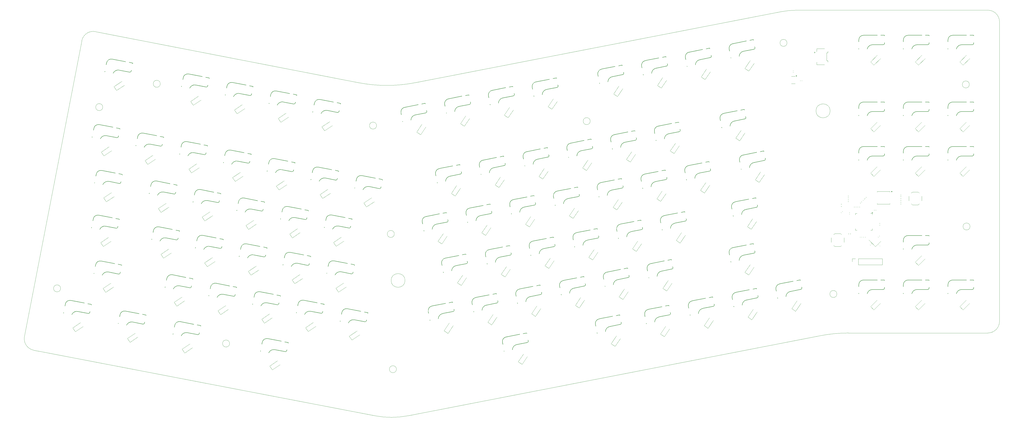
<source format=gbr>
%TF.GenerationSoftware,KiCad,Pcbnew,8.0.4*%
%TF.CreationDate,2024-08-17T15:03:33+09:00*%
%TF.ProjectId,ttaelgam,74746165-6c67-4616-9d2e-6b696361645f,rev?*%
%TF.SameCoordinates,Original*%
%TF.FileFunction,Legend,Bot*%
%TF.FilePolarity,Positive*%
%FSLAX46Y46*%
G04 Gerber Fmt 4.6, Leading zero omitted, Abs format (unit mm)*
G04 Created by KiCad (PCBNEW 8.0.4) date 2024-08-17 15:03:33*
%MOMM*%
%LPD*%
G01*
G04 APERTURE LIST*
%ADD10C,0.150000*%
%ADD11C,0.120000*%
%TA.AperFunction,Profile*%
%ADD12C,0.050000*%
%TD*%
G04 APERTURE END LIST*
D10*
%TO.C,MX52*%
X155935031Y-231848212D02*
X155980825Y-231612622D01*
X156677279Y-228029683D02*
X156524630Y-228814984D01*
X162063168Y-231164963D02*
X166544123Y-232035972D01*
X164813750Y-227573819D02*
X159022150Y-226448046D01*
X167130341Y-231640563D02*
X167220020Y-231179198D01*
X167763827Y-228381561D02*
X167807713Y-228155787D01*
X167807713Y-228155787D02*
X166286191Y-227860033D01*
X156677279Y-228029683D02*
G75*
G02*
X159022150Y-226448046I1963259J-381624D01*
G01*
X159459910Y-232533380D02*
G75*
G02*
X162063168Y-231164963I2154136J-937589D01*
G01*
X167130341Y-231640563D02*
G75*
G02*
X166544123Y-232035972I-490814J95405D01*
G01*
D11*
%TO.C,D88*%
X463110338Y-260586278D02*
X464524552Y-262000492D01*
X465945836Y-257750780D02*
X463110338Y-260586278D01*
X467360050Y-259164994D02*
X464524552Y-262000492D01*
%TO.C,D7*%
X287864353Y-182237428D02*
X289522427Y-183355813D01*
X290106717Y-178912987D02*
X287864353Y-182237428D01*
X291764792Y-180031373D02*
X289522427Y-183355813D01*
D10*
%TO.C,MX2*%
X168657221Y-166398219D02*
X168703015Y-166162629D01*
X169399469Y-162579690D02*
X169246820Y-163364991D01*
X174785358Y-165714970D02*
X179266313Y-166585979D01*
X177535940Y-162123826D02*
X171744340Y-160998053D01*
X179852531Y-166190570D02*
X179942210Y-165729205D01*
X180486017Y-162931568D02*
X180529903Y-162705794D01*
X180529903Y-162705794D02*
X179008381Y-162410040D01*
X169399469Y-162579690D02*
G75*
G02*
X171744340Y-160998053I1963259J-381624D01*
G01*
X172182100Y-167083387D02*
G75*
G02*
X174785358Y-165714970I2154136J-937589D01*
G01*
X179852531Y-166190570D02*
G75*
G02*
X179266313Y-166585979I-490814J95405D01*
G01*
%TO.C,MX55*%
X212035025Y-242752946D02*
X212080819Y-242517356D01*
X212777273Y-238934417D02*
X212624624Y-239719718D01*
X218163162Y-242069697D02*
X222644117Y-242940706D01*
X220913744Y-238478553D02*
X215122144Y-237352780D01*
X223230335Y-242545297D02*
X223320014Y-242083932D01*
X223863821Y-239286295D02*
X223907707Y-239060521D01*
X223907707Y-239060521D02*
X222386185Y-238764767D01*
X212777273Y-238934417D02*
G75*
G02*
X215122144Y-237352780I1963259J-381624D01*
G01*
X215559904Y-243438114D02*
G75*
G02*
X218163162Y-242069697I2154136J-937589D01*
G01*
X223230335Y-242545297D02*
G75*
G02*
X222644117Y-242940706I-490814J95405D01*
G01*
D11*
%TO.C,D33*%
X501210338Y-184386278D02*
X502624552Y-185800492D01*
X504045836Y-181550780D02*
X501210338Y-184386278D01*
X505460050Y-182964994D02*
X502624552Y-185800492D01*
%TO.C,D5*%
X228645174Y-183651396D02*
X229763559Y-185309470D01*
X231969614Y-181409031D02*
X228645174Y-183651396D01*
X233088000Y-183067106D02*
X229763559Y-185309470D01*
D10*
%TO.C,MX18*%
X149179856Y-191722032D02*
X149225650Y-191486442D01*
X149922104Y-187903503D02*
X149769455Y-188688804D01*
X155307993Y-191038783D02*
X159788948Y-191909792D01*
X158058575Y-187447639D02*
X152266975Y-186321866D01*
X160375166Y-191514383D02*
X160464845Y-191053018D01*
X161008652Y-188255381D02*
X161052538Y-188029607D01*
X161052538Y-188029607D02*
X159531016Y-187733853D01*
X149922104Y-187903503D02*
G75*
G02*
X152266975Y-186321866I1963259J-381624D01*
G01*
X152704735Y-192407200D02*
G75*
G02*
X155307993Y-191038783I2154136J-937589D01*
G01*
X160375166Y-191514383D02*
G75*
G02*
X159788948Y-191909792I-490814J95405D01*
G01*
D11*
%TO.C,C3*%
X457649740Y-217857424D02*
X457649740Y-218073096D01*
X458369740Y-217857424D02*
X458369740Y-218073096D01*
D10*
%TO.C,MX24*%
X277241454Y-203856633D02*
X277394101Y-204641935D01*
X277983701Y-207675163D02*
X277937907Y-207439572D01*
X283409661Y-204746024D02*
X287890617Y-203875015D01*
X284614691Y-200385988D02*
X278823090Y-201511761D01*
X287608654Y-199804020D02*
X286087132Y-200099774D01*
X287652540Y-200029795D02*
X287608654Y-199804020D01*
X288286026Y-203288797D02*
X288196345Y-202827432D01*
X277241454Y-203856633D02*
G75*
G02*
X278823090Y-201511761I1963246J381623D01*
G01*
X281508581Y-206989996D02*
G75*
G02*
X283409661Y-204746025I2348504J-62362D01*
G01*
X288286026Y-203288797D02*
G75*
G02*
X287890617Y-203875015I-490814J-95404D01*
G01*
D11*
%TO.C,C6*%
X466257465Y-230776841D02*
X466409968Y-230929344D01*
X466766582Y-230267724D02*
X466919085Y-230420227D01*
D10*
%TO.C,MX69*%
X236450110Y-266905311D02*
X236495904Y-266669721D01*
X237192358Y-263086782D02*
X237039709Y-263872083D01*
X242578247Y-266222062D02*
X247059202Y-267093071D01*
X245328829Y-262630918D02*
X239537229Y-261505145D01*
X247645420Y-266697662D02*
X247735099Y-266236297D01*
X248278906Y-263438660D02*
X248322792Y-263212886D01*
X248322792Y-263212886D02*
X246801270Y-262917132D01*
X237192358Y-263086782D02*
G75*
G02*
X239537229Y-261505145I1963259J-381624D01*
G01*
X239974989Y-267590479D02*
G75*
G02*
X242578247Y-266222062I2154136J-937589D01*
G01*
X247645420Y-266697662D02*
G75*
G02*
X247059202Y-267093071I-490814J95405D01*
G01*
%TO.C,MX66*%
X180350117Y-256000576D02*
X180395911Y-255764986D01*
X181092365Y-252182047D02*
X180939716Y-252967348D01*
X186478254Y-255317327D02*
X190959209Y-256188336D01*
X189228836Y-251726183D02*
X183437236Y-250600410D01*
X191545427Y-255792927D02*
X191635106Y-255331562D01*
X192178913Y-252533925D02*
X192222799Y-252308151D01*
X192222799Y-252308151D02*
X190701277Y-252012397D01*
X181092365Y-252182047D02*
G75*
G02*
X183437236Y-250600410I1963259J-381624D01*
G01*
X183874996Y-256685744D02*
G75*
G02*
X186478254Y-255317327I2154136J-937589D01*
G01*
X191545427Y-255792927D02*
G75*
G02*
X190959209Y-256188336I-490814J95405D01*
G01*
D11*
%TO.C,D55*%
X215922984Y-249101389D02*
X217041369Y-250759463D01*
X219247424Y-246859024D02*
X215922984Y-249101389D01*
X220365810Y-248517099D02*
X217041369Y-250759463D01*
%TO.C,D83*%
X352268861Y-276454502D02*
X353926935Y-277572887D01*
X354511225Y-273130061D02*
X352268861Y-276454502D01*
X356169300Y-274248447D02*
X353926935Y-277572887D01*
%TO.C,C11*%
X458678930Y-216168567D02*
X458831433Y-216321070D01*
X459188047Y-215659450D02*
X459340550Y-215811953D01*
%TO.C,D43*%
X334351628Y-221717600D02*
X336009702Y-222835985D01*
X336593992Y-218393159D02*
X334351628Y-221717600D01*
X338252067Y-219511545D02*
X336009702Y-222835985D01*
%TO.C,D70*%
X280846457Y-270931058D02*
X282504531Y-272049443D01*
X283088821Y-267606617D02*
X280846457Y-270931058D01*
X284746896Y-268725003D02*
X282504531Y-272049443D01*
%TO.C,R5*%
X476182861Y-214379737D02*
X475875579Y-214379737D01*
X476182861Y-215139737D02*
X475875579Y-215139737D01*
%TO.C,D42*%
X315651630Y-225352511D02*
X317309704Y-226470896D01*
X317893994Y-222028070D02*
X315651630Y-225352511D01*
X319552069Y-223146456D02*
X317309704Y-226470896D01*
D10*
%TO.C,MX84*%
X366581090Y-264116979D02*
X366733737Y-264902281D01*
X367323337Y-267935509D02*
X367277543Y-267699918D01*
X372749297Y-265006370D02*
X377230253Y-264135361D01*
X373954327Y-260646334D02*
X368162726Y-261772107D01*
X376948290Y-260064366D02*
X375426768Y-260360120D01*
X376992176Y-260290141D02*
X376948290Y-260064366D01*
X377625662Y-263549143D02*
X377535981Y-263087778D01*
X366581090Y-264116979D02*
G75*
G02*
X368162726Y-261772107I1963246J381623D01*
G01*
X370848217Y-267250342D02*
G75*
G02*
X372749297Y-265006371I2348504J-62362D01*
G01*
X377625662Y-263549143D02*
G75*
G02*
X377230253Y-264135361I-490814J-95404D01*
G01*
%TO.C,MX58*%
X298536275Y-238530445D02*
X298688922Y-239315747D01*
X299278522Y-242348975D02*
X299232728Y-242113384D01*
X304704482Y-239419836D02*
X309185438Y-238548827D01*
X305909512Y-235059800D02*
X300117911Y-236185573D01*
X308903475Y-234477832D02*
X307381953Y-234773586D01*
X308947361Y-234703607D02*
X308903475Y-234477832D01*
X309580847Y-237962609D02*
X309491166Y-237501244D01*
X298536275Y-238530445D02*
G75*
G02*
X300117911Y-236185573I1963246J381623D01*
G01*
X302803402Y-241663808D02*
G75*
G02*
X304704482Y-239419837I2348504J-62362D01*
G01*
X309580847Y-237962609D02*
G75*
G02*
X309185438Y-238548827I-490814J-95404D01*
G01*
D11*
%TO.C,D60*%
X342661538Y-239508870D02*
X344319612Y-240627255D01*
X344903902Y-236184429D02*
X342661538Y-239508870D01*
X346561977Y-237302815D02*
X344319612Y-240627255D01*
D10*
%TO.C,MX64*%
X131262622Y-246458934D02*
X131308416Y-246223344D01*
X132004870Y-242640405D02*
X131852221Y-243425706D01*
X137390759Y-245775685D02*
X141871714Y-246646694D01*
X140141341Y-242184541D02*
X134349741Y-241058768D01*
X142457932Y-246251285D02*
X142547611Y-245789920D01*
X143091418Y-242992283D02*
X143135304Y-242766509D01*
X143135304Y-242766509D02*
X141613782Y-242470755D01*
X132004870Y-242640405D02*
G75*
G02*
X134349741Y-241058768I1963259J-381624D01*
G01*
X134787501Y-247144102D02*
G75*
G02*
X137390759Y-245775685I2154136J-937589D01*
G01*
X142457932Y-246251285D02*
G75*
G02*
X141871714Y-246646694I-490814J95405D01*
G01*
%TO.C,MX78*%
X118277712Y-263341476D02*
X118323506Y-263105886D01*
X119019960Y-259522947D02*
X118867311Y-260308248D01*
X124405849Y-262658227D02*
X128886804Y-263529236D01*
X127156431Y-259067083D02*
X121364831Y-257941310D01*
X129473022Y-263133827D02*
X129562701Y-262672462D01*
X130106508Y-259874825D02*
X130150394Y-259649051D01*
X130150394Y-259649051D02*
X128628872Y-259353297D01*
X119019960Y-259522947D02*
G75*
G02*
X121364831Y-257941310I1963259J-381624D01*
G01*
X121802591Y-264026644D02*
G75*
G02*
X124405849Y-262658227I2154136J-937589D01*
G01*
X129473022Y-263133827D02*
G75*
G02*
X128886804Y-263529236I-490814J95405D01*
G01*
%TO.C,MX73*%
X330221183Y-251778076D02*
X330373830Y-252563378D01*
X330963430Y-255596606D02*
X330917636Y-255361015D01*
X336389390Y-252667467D02*
X340870346Y-251796458D01*
X337594420Y-248307431D02*
X331802819Y-249433204D01*
X340588383Y-247725463D02*
X339066861Y-248021217D01*
X340632269Y-247951238D02*
X340588383Y-247725463D01*
X341265755Y-251210240D02*
X341176074Y-250748875D01*
X330221183Y-251778076D02*
G75*
G02*
X331802819Y-249433204I1963246J381623D01*
G01*
X334488310Y-254911439D02*
G75*
G02*
X336389390Y-252667468I2348504J-62362D01*
G01*
X341265755Y-251210240D02*
G75*
G02*
X340870346Y-251796458I-490814J-95404D01*
G01*
D11*
%TO.C,U4*%
X465909740Y-211265260D02*
X468634740Y-211265260D01*
X465909740Y-211525260D02*
X465909740Y-211265260D01*
X465909740Y-216455260D02*
X465909740Y-216715260D01*
X465909740Y-216715260D02*
X468634740Y-216715260D01*
X471359740Y-211265260D02*
X468634740Y-211265260D01*
X471359740Y-211525260D02*
X471359740Y-211265260D01*
X471359740Y-216455260D02*
X471359740Y-216715260D01*
X471359740Y-216715260D02*
X468634740Y-216715260D01*
X472142240Y-211525260D02*
X471902240Y-211195260D01*
X472382240Y-211195260D01*
X472142240Y-211525260D01*
G36*
X472142240Y-211525260D02*
G01*
X471902240Y-211195260D01*
X472382240Y-211195260D01*
X472142240Y-211525260D01*
G37*
%TO.C,D26*%
X321366717Y-204835058D02*
X323024791Y-205953443D01*
X323609081Y-201510617D02*
X321366717Y-204835058D01*
X325267156Y-202629003D02*
X323024791Y-205953443D01*
D10*
%TO.C,MX61*%
X354636268Y-227625711D02*
X354788915Y-228411013D01*
X355378515Y-231444241D02*
X355332721Y-231208650D01*
X360804475Y-228515102D02*
X365285431Y-227644093D01*
X362009505Y-224155066D02*
X356217904Y-225280839D01*
X365003468Y-223573098D02*
X363481946Y-223868852D01*
X365047354Y-223798873D02*
X365003468Y-223573098D01*
X365680840Y-227057875D02*
X365591159Y-226596510D01*
X354636268Y-227625711D02*
G75*
G02*
X356217904Y-225280839I1963246J381623D01*
G01*
X358903395Y-230759074D02*
G75*
G02*
X360804475Y-228515103I2348504J-62362D01*
G01*
X365680840Y-227057875D02*
G75*
G02*
X365285431Y-227644093I-490814J-95404D01*
G01*
D11*
%TO.C,D11*%
X372014344Y-165880327D02*
X373672418Y-166998712D01*
X374256708Y-162555886D02*
X372014344Y-165880327D01*
X375914783Y-163674272D02*
X373672418Y-166998712D01*
%TO.C,C9*%
X453976904Y-220255260D02*
X454192576Y-220255260D01*
X453976904Y-220975260D02*
X454192576Y-220975260D01*
D10*
%TO.C,MX63*%
X403723763Y-218084069D02*
X403876410Y-218869371D01*
X404466010Y-221902599D02*
X404420216Y-221667008D01*
X409891970Y-218973460D02*
X414372926Y-218102451D01*
X411097000Y-214613424D02*
X405305399Y-215739197D01*
X414090963Y-214031456D02*
X412569441Y-214327210D01*
X414134849Y-214257231D02*
X414090963Y-214031456D01*
X414768335Y-217516233D02*
X414678654Y-217054868D01*
X403723763Y-218084069D02*
G75*
G02*
X405305399Y-215739197I1963246J381623D01*
G01*
X407990890Y-221217432D02*
G75*
G02*
X409891970Y-218973461I2348504J-62362D01*
G01*
X414768335Y-217516233D02*
G75*
G02*
X414372926Y-218102451I-490814J-95404D01*
G01*
D11*
%TO.C,R7*%
X453431099Y-213260260D02*
X453738381Y-213260260D01*
X453431099Y-214020260D02*
X453738381Y-214020260D01*
%TO.C,D40*%
X278251634Y-232622334D02*
X279909708Y-233740719D01*
X280493998Y-229297893D02*
X278251634Y-232622334D01*
X282152073Y-230416279D02*
X279909708Y-233740719D01*
%TO.C,C13*%
X450478930Y-220274618D02*
X450631433Y-220427121D01*
X450988047Y-219765501D02*
X451140550Y-219918004D01*
D10*
%TO.C,MX89*%
X477132472Y-251206333D02*
X477132472Y-252006333D01*
X477132472Y-255096333D02*
X477132472Y-254856333D01*
X483017648Y-253256333D02*
X487582472Y-253256333D01*
X485032472Y-249206333D02*
X479132472Y-249206333D01*
X488082472Y-249206333D02*
X486532472Y-249206333D01*
X488082472Y-249436333D02*
X488082472Y-249206333D01*
X488082472Y-252756333D02*
X488082472Y-252286333D01*
X477132472Y-251206333D02*
G75*
G02*
X479132472Y-249206333I2000005J-5D01*
G01*
X480723326Y-255096333D02*
G75*
G02*
X483017648Y-253256333I2293456J-509332D01*
G01*
X488082472Y-252756333D02*
G75*
G02*
X487582472Y-253256333I-500001J1D01*
G01*
%TO.C,MX22*%
X223979847Y-206261678D02*
X224025641Y-206026088D01*
X224722095Y-202443149D02*
X224569446Y-203228450D01*
X230107984Y-205578429D02*
X234588939Y-206449438D01*
X232858566Y-201987285D02*
X227066966Y-200861512D01*
X235175157Y-206054029D02*
X235264836Y-205592664D01*
X235808643Y-202795027D02*
X235852529Y-202569253D01*
X235852529Y-202569253D02*
X234331007Y-202273499D01*
X224722095Y-202443149D02*
G75*
G02*
X227066966Y-200861512I1963259J-381624D01*
G01*
X227504726Y-206946846D02*
G75*
G02*
X230107984Y-205578429I2154136J-937589D01*
G01*
X235175157Y-206054029D02*
G75*
G02*
X234588939Y-206449438I-490814J95405D01*
G01*
%TO.C,MX44*%
X346326357Y-209834441D02*
X346479004Y-210619743D01*
X347068604Y-213652971D02*
X347022810Y-213417380D01*
X352494564Y-210723832D02*
X356975520Y-209852823D01*
X353699594Y-206363796D02*
X347907993Y-207489569D01*
X356693557Y-205781828D02*
X355172035Y-206077582D01*
X356737443Y-206007603D02*
X356693557Y-205781828D01*
X357370929Y-209266605D02*
X357281248Y-208805240D01*
X346326357Y-209834441D02*
G75*
G02*
X347907993Y-207489569I1963246J381623D01*
G01*
X350593484Y-212967804D02*
G75*
G02*
X352494564Y-210723833I2348504J-62362D01*
G01*
X357370929Y-209266605D02*
G75*
G02*
X356975520Y-209852823I-490814J-95404D01*
G01*
%TO.C,MX67*%
X199050114Y-259635488D02*
X199095908Y-259399898D01*
X199792362Y-255816959D02*
X199639713Y-256602260D01*
X205178251Y-258952239D02*
X209659206Y-259823248D01*
X207928833Y-255361095D02*
X202137233Y-254235322D01*
X210245424Y-259427839D02*
X210335103Y-258966474D01*
X210878910Y-256168837D02*
X210922796Y-255943063D01*
X210922796Y-255943063D02*
X209401274Y-255647309D01*
X199792362Y-255816959D02*
G75*
G02*
X202137233Y-254235322I1963259J-381624D01*
G01*
X202574993Y-260320656D02*
G75*
G02*
X205178251Y-258952239I2154136J-937589D01*
G01*
X210245424Y-259427839D02*
G75*
G02*
X209659206Y-259823248I-490814J95405D01*
G01*
D11*
%TO.C,D44*%
X353051625Y-218082689D02*
X354709699Y-219201074D01*
X355293989Y-214758248D02*
X353051625Y-218082689D01*
X356952064Y-215876634D02*
X354709699Y-219201074D01*
%TO.C,C16*%
X458624740Y-230973096D02*
X458624740Y-230757424D01*
X459344740Y-230973096D02*
X459344740Y-230757424D01*
%TO.C,D66*%
X184238076Y-262349020D02*
X185356461Y-264007094D01*
X187562516Y-260106655D02*
X184238076Y-262349020D01*
X188680902Y-261764730D02*
X185356461Y-264007094D01*
%TO.C,D78*%
X122165671Y-269689920D02*
X123284056Y-271347994D01*
X125490111Y-267447555D02*
X122165671Y-269689920D01*
X126608497Y-269105630D02*
X123284056Y-271347994D01*
%TO.C,D32*%
X482160338Y-184386278D02*
X483574552Y-185800492D01*
X484995836Y-181550780D02*
X482160338Y-184386278D01*
X486410050Y-182964994D02*
X483574552Y-185800492D01*
D10*
%TO.C,MX74*%
X348921181Y-248143165D02*
X349073828Y-248928467D01*
X349663428Y-251961695D02*
X349617634Y-251726104D01*
X355089388Y-249032556D02*
X359570344Y-248161547D01*
X356294418Y-244672520D02*
X350502817Y-245798293D01*
X359288381Y-244090552D02*
X357766859Y-244386306D01*
X359332267Y-244316327D02*
X359288381Y-244090552D01*
X359965753Y-247575329D02*
X359876072Y-247113964D01*
X348921181Y-248143165D02*
G75*
G02*
X350502817Y-245798293I1963246J381623D01*
G01*
X353188308Y-251276528D02*
G75*
G02*
X355089388Y-249032557I2348504J-62362D01*
G01*
X359965753Y-247575329D02*
G75*
G02*
X359570344Y-248161547I-490814J-95404D01*
G01*
D11*
%TO.C,D72*%
X318246453Y-263661235D02*
X319904527Y-264779620D01*
X320488817Y-260336794D02*
X318246453Y-263661235D01*
X322146892Y-261455180D02*
X319904527Y-264779620D01*
%TO.C,D61*%
X361361536Y-235873959D02*
X363019610Y-236992344D01*
X363603900Y-232549518D02*
X361361536Y-235873959D01*
X365261975Y-233667904D02*
X363019610Y-236992344D01*
%TO.C,D57*%
X286561545Y-250413604D02*
X288219619Y-251531989D01*
X288803909Y-247089163D02*
X286561545Y-250413604D01*
X290461984Y-248207549D02*
X288219619Y-251531989D01*
%TO.C,R3*%
X475875579Y-212779737D02*
X476182861Y-212779737D01*
X475875579Y-213539737D02*
X476182861Y-213539737D01*
%TO.C,D23*%
X246567804Y-216245032D02*
X247686189Y-217903106D01*
X249892244Y-214002667D02*
X246567804Y-216245032D01*
X251010630Y-215660742D02*
X247686189Y-217903106D01*
%TO.C,D54*%
X197222986Y-245466478D02*
X198341371Y-247124552D01*
X200547426Y-243224113D02*
X197222986Y-245466478D01*
X201665812Y-244882188D02*
X198341371Y-247124552D01*
D10*
%TO.C,MX36*%
X173594941Y-215874397D02*
X173640735Y-215638807D01*
X174337189Y-212055868D02*
X174184540Y-212841169D01*
X179723078Y-215191148D02*
X184204033Y-216062157D01*
X182473660Y-211600004D02*
X176682060Y-210474231D01*
X184790251Y-215666748D02*
X184879930Y-215205383D01*
X185423737Y-212407746D02*
X185467623Y-212181972D01*
X185467623Y-212181972D02*
X183946101Y-211886218D01*
X174337189Y-212055868D02*
G75*
G02*
X176682060Y-210474231I1963259J-381624D01*
G01*
X177119820Y-216559565D02*
G75*
G02*
X179723078Y-215191148I2154136J-937589D01*
G01*
X184790251Y-215666748D02*
G75*
G02*
X184204033Y-216062157I-490814J95405D01*
G01*
%TO.C,MX39*%
X229694934Y-226779131D02*
X229740728Y-226543541D01*
X230437182Y-222960602D02*
X230284533Y-223745903D01*
X235823071Y-226095882D02*
X240304026Y-226966891D01*
X238573653Y-222504738D02*
X232782053Y-221378965D01*
X240890244Y-226571482D02*
X240979923Y-226110117D01*
X241523730Y-223312480D02*
X241567616Y-223086706D01*
X241567616Y-223086706D02*
X240046094Y-222790952D01*
X230437182Y-222960602D02*
G75*
G02*
X232782053Y-221378965I1963259J-381624D01*
G01*
X233219813Y-227464299D02*
G75*
G02*
X235823071Y-226095882I2154136J-937589D01*
G01*
X240890244Y-226571482D02*
G75*
G02*
X240304026Y-226966891I-490814J95405D01*
G01*
%TO.C,MX88*%
X458082472Y-251206333D02*
X458082472Y-252006333D01*
X458082472Y-255096333D02*
X458082472Y-254856333D01*
X463967648Y-253256333D02*
X468532472Y-253256333D01*
X465982472Y-249206333D02*
X460082472Y-249206333D01*
X469032472Y-249206333D02*
X467482472Y-249206333D01*
X469032472Y-249436333D02*
X469032472Y-249206333D01*
X469032472Y-252756333D02*
X469032472Y-252286333D01*
X458082472Y-251206333D02*
G75*
G02*
X460082472Y-249206333I2000005J-5D01*
G01*
X461673326Y-255096333D02*
G75*
G02*
X463967648Y-253256333I2293456J-509332D01*
G01*
X469032472Y-252756333D02*
G75*
G02*
X468532472Y-253256333I-500001J1D01*
G01*
D11*
%TO.C,D76*%
X409408942Y-245941042D02*
X411067016Y-247059427D01*
X411651306Y-242616601D02*
X409408942Y-245941042D01*
X413309381Y-243734987D02*
X411067016Y-247059427D01*
%TO.C,D36*%
X177482900Y-222222841D02*
X178601285Y-223880915D01*
X180807340Y-219980476D02*
X177482900Y-222222841D01*
X181925726Y-221638551D02*
X178601285Y-223880915D01*
D10*
%TO.C,MX19*%
X167879853Y-195356944D02*
X167925647Y-195121354D01*
X168622101Y-191538415D02*
X168469452Y-192323716D01*
X174007990Y-194673695D02*
X178488945Y-195544704D01*
X176758572Y-191082551D02*
X170966972Y-189956778D01*
X179075163Y-195149295D02*
X179164842Y-194687930D01*
X179708649Y-191890293D02*
X179752535Y-191664519D01*
X179752535Y-191664519D02*
X178231013Y-191368765D01*
X168622101Y-191538415D02*
G75*
G02*
X170966972Y-189956778I1963259J-381624D01*
G01*
X171404732Y-196042112D02*
G75*
G02*
X174007990Y-194673695I2154136J-937589D01*
G01*
X179075163Y-195149295D02*
G75*
G02*
X178488945Y-195544704I-490814J95405D01*
G01*
D11*
%TO.C,D31*%
X463110338Y-184386278D02*
X464524552Y-185800492D01*
X465945836Y-181550780D02*
X463110338Y-184386278D01*
X467360050Y-182964994D02*
X464524552Y-185800492D01*
%TO.C,D17*%
X134367817Y-194435564D02*
X135486202Y-196093638D01*
X137692257Y-192193199D02*
X134367817Y-194435564D01*
X138810643Y-193851274D02*
X135486202Y-196093638D01*
%TO.C,D12*%
X390714342Y-162245416D02*
X392372416Y-163363801D01*
X392956706Y-158920975D02*
X390714342Y-162245416D01*
X394614781Y-160039361D02*
X392372416Y-163363801D01*
D10*
%TO.C,MX3*%
X187357219Y-170033131D02*
X187403013Y-169797541D01*
X188099467Y-166214602D02*
X187946818Y-166999903D01*
X193485356Y-169349882D02*
X197966311Y-170220891D01*
X196235938Y-165758738D02*
X190444338Y-164632965D01*
X198552529Y-169825482D02*
X198642208Y-169364117D01*
X199186015Y-166566480D02*
X199229901Y-166340706D01*
X199229901Y-166340706D02*
X197708379Y-166044952D01*
X188099467Y-166214602D02*
G75*
G02*
X190444338Y-164632965I1963259J-381624D01*
G01*
X190882098Y-170718299D02*
G75*
G02*
X193485356Y-169349882I2154136J-937589D01*
G01*
X198552529Y-169825482D02*
G75*
G02*
X197966311Y-170220891I-490814J95405D01*
G01*
%TO.C,MX71*%
X292821187Y-259047899D02*
X292973834Y-259833201D01*
X293563434Y-262866429D02*
X293517640Y-262630838D01*
X298989394Y-259937290D02*
X303470350Y-259066281D01*
X300194424Y-255577254D02*
X294402823Y-256703027D01*
X303188387Y-254995286D02*
X301666865Y-255291040D01*
X303232273Y-255221061D02*
X303188387Y-254995286D01*
X303865759Y-258480063D02*
X303776078Y-258018698D01*
X292821187Y-259047899D02*
G75*
G02*
X294402823Y-256703027I1963246J381623D01*
G01*
X297088314Y-262181262D02*
G75*
G02*
X298989394Y-259937291I2348504J-62362D01*
G01*
X303865759Y-258480063D02*
G75*
G02*
X303470350Y-259066281I-490814J-95404D01*
G01*
D11*
%TO.C,R4*%
X453779740Y-229593901D02*
X453779740Y-229286619D01*
X454539740Y-229593901D02*
X454539740Y-229286619D01*
D10*
%TO.C,MX27*%
X333341447Y-192951899D02*
X333494094Y-193737201D01*
X334083694Y-196770429D02*
X334037900Y-196534838D01*
X339509654Y-193841290D02*
X343990610Y-192970281D01*
X340714684Y-189481254D02*
X334923083Y-190607027D01*
X343708647Y-188899286D02*
X342187125Y-189195040D01*
X343752533Y-189125061D02*
X343708647Y-188899286D01*
X344386019Y-192384063D02*
X344296338Y-191922698D01*
X333341447Y-192951899D02*
G75*
G02*
X334923083Y-190607027I1963246J381623D01*
G01*
X337608574Y-196085262D02*
G75*
G02*
X339509654Y-193841291I2348504J-62362D01*
G01*
X344386019Y-192384063D02*
G75*
G02*
X343990610Y-192970281I-490814J-95404D01*
G01*
%TO.C,MX5*%
X224757214Y-177302953D02*
X224803008Y-177067363D01*
X225499462Y-173484424D02*
X225346813Y-174269725D01*
X230885351Y-176619704D02*
X235366306Y-177490713D01*
X233635933Y-173028560D02*
X227844333Y-171902787D01*
X235952524Y-177095304D02*
X236042203Y-176633939D01*
X236586010Y-173836302D02*
X236629896Y-173610528D01*
X236629896Y-173610528D02*
X235108374Y-173314774D01*
X225499462Y-173484424D02*
G75*
G02*
X227844333Y-171902787I1963259J-381624D01*
G01*
X228282093Y-177988121D02*
G75*
G02*
X230885351Y-176619704I2154136J-937589D01*
G01*
X235952524Y-177095304D02*
G75*
G02*
X235366306Y-177490713I-490814J95405D01*
G01*
%TO.C,MX76*%
X402683674Y-237692794D02*
X402836321Y-238478096D01*
X403425921Y-241511324D02*
X403380127Y-241275733D01*
X408851881Y-238582185D02*
X413332837Y-237711176D01*
X410056911Y-234222149D02*
X404265310Y-235347922D01*
X413050874Y-233640181D02*
X411529352Y-233935935D01*
X413094760Y-233865956D02*
X413050874Y-233640181D01*
X413728246Y-237124958D02*
X413638565Y-236663593D01*
X402683674Y-237692794D02*
G75*
G02*
X404265310Y-235347922I1963246J381623D01*
G01*
X406950801Y-240826157D02*
G75*
G02*
X408851881Y-238582186I2348504J-62362D01*
G01*
X413728246Y-237124958D02*
G75*
G02*
X413332837Y-237711176I-490814J-95404D01*
G01*
%TO.C,MX9*%
X318539081Y-166719358D02*
X318691728Y-167504660D01*
X319281328Y-170537888D02*
X319235534Y-170302297D01*
X324707288Y-167608749D02*
X329188244Y-166737740D01*
X325912318Y-163248713D02*
X320120717Y-164374486D01*
X328906281Y-162666745D02*
X327384759Y-162962499D01*
X328950167Y-162892520D02*
X328906281Y-162666745D01*
X329583653Y-166151522D02*
X329493972Y-165690157D01*
X318539081Y-166719358D02*
G75*
G02*
X320120717Y-164374486I1963246J381623D01*
G01*
X322806208Y-169852721D02*
G75*
G02*
X324707288Y-167608750I2348504J-62362D01*
G01*
X329583653Y-166151522D02*
G75*
G02*
X329188244Y-166737740I-490814J-95404D01*
G01*
%TO.C,MX13*%
X402689071Y-150362257D02*
X402841718Y-151147559D01*
X403431318Y-154180787D02*
X403385524Y-153945196D01*
X408857278Y-151251648D02*
X413338234Y-150380639D01*
X410062308Y-146891612D02*
X404270707Y-148017385D01*
X413056271Y-146309644D02*
X411534749Y-146605398D01*
X413100157Y-146535419D02*
X413056271Y-146309644D01*
X413733643Y-149794421D02*
X413643962Y-149333056D01*
X402689071Y-150362257D02*
G75*
G02*
X404270707Y-148017385I1963246J381623D01*
G01*
X406956198Y-153495620D02*
G75*
G02*
X408857278Y-151251649I2348504J-62362D01*
G01*
X413733643Y-149794421D02*
G75*
G02*
X413338234Y-150380639I-490814J-95404D01*
G01*
D11*
%TO.C,D74*%
X355646449Y-256391412D02*
X357304523Y-257509797D01*
X357888813Y-253066971D02*
X355646449Y-256391412D01*
X359546888Y-254185357D02*
X357304523Y-257509797D01*
D10*
%TO.C,MX21*%
X205279849Y-202626766D02*
X205325643Y-202391176D01*
X206022097Y-198808237D02*
X205869448Y-199593538D01*
X211407986Y-201943517D02*
X215888941Y-202814526D01*
X214158568Y-198352373D02*
X208366968Y-197226600D01*
X216475159Y-202419117D02*
X216564838Y-201957752D01*
X217108645Y-199160115D02*
X217152531Y-198934341D01*
X217152531Y-198934341D02*
X215631009Y-198638587D01*
X206022097Y-198808237D02*
G75*
G02*
X208366968Y-197226600I1963259J-381624D01*
G01*
X208804728Y-203311934D02*
G75*
G02*
X211407986Y-201943517I2154136J-937589D01*
G01*
X216475159Y-202419117D02*
G75*
G02*
X215888941Y-202814526I-490814J95405D01*
G01*
%TO.C,MX33*%
X496182472Y-175006333D02*
X496182472Y-175806333D01*
X496182472Y-178896333D02*
X496182472Y-178656333D01*
X502067648Y-177056333D02*
X506632472Y-177056333D01*
X504082472Y-173006333D02*
X498182472Y-173006333D01*
X507132472Y-173006333D02*
X505582472Y-173006333D01*
X507132472Y-173236333D02*
X507132472Y-173006333D01*
X507132472Y-176556333D02*
X507132472Y-176086333D01*
X496182472Y-175006333D02*
G75*
G02*
X498182472Y-173006333I2000005J-5D01*
G01*
X499773326Y-178896333D02*
G75*
G02*
X502067648Y-177056333I2293456J-509332D01*
G01*
X507132472Y-176556333D02*
G75*
G02*
X506632472Y-177056333I-500001J1D01*
G01*
D11*
%TO.C,C2*%
X433049740Y-163788475D02*
X433049740Y-164004147D01*
X433769740Y-163788475D02*
X433769740Y-164004147D01*
%TO.C,D59*%
X323961541Y-243143781D02*
X325619615Y-244262166D01*
X326203905Y-239819340D02*
X323961541Y-243143781D01*
X327861980Y-240937726D02*
X325619615Y-244262166D01*
D10*
%TO.C,MX26*%
X314641449Y-196586810D02*
X314794096Y-197372112D01*
X315383696Y-200405340D02*
X315337902Y-200169749D01*
X320809656Y-197476201D02*
X325290612Y-196605192D01*
X322014686Y-193116165D02*
X316223085Y-194241938D01*
X325008649Y-192534197D02*
X323487127Y-192829951D01*
X325052535Y-192759972D02*
X325008649Y-192534197D01*
X325686021Y-196018974D02*
X325596340Y-195557609D01*
X314641449Y-196586810D02*
G75*
G02*
X316223085Y-194241938I1963246J381623D01*
G01*
X318908576Y-199720173D02*
G75*
G02*
X320809656Y-197476202I2348504J-62362D01*
G01*
X325686021Y-196018974D02*
G75*
G02*
X325290612Y-196605192I-490814J-95404D01*
G01*
%TO.C,MX12*%
X383989074Y-153997168D02*
X384141721Y-154782470D01*
X384731321Y-157815698D02*
X384685527Y-157580107D01*
X390157281Y-154886559D02*
X394638237Y-154015550D01*
X391362311Y-150526523D02*
X385570710Y-151652296D01*
X394356274Y-149944555D02*
X392834752Y-150240309D01*
X394400160Y-150170330D02*
X394356274Y-149944555D01*
X395033646Y-153429332D02*
X394943965Y-152967967D01*
X383989074Y-153997168D02*
G75*
G02*
X385570710Y-151652296I1963246J381623D01*
G01*
X388256201Y-157130531D02*
G75*
G02*
X390157281Y-154886560I2348504J-62362D01*
G01*
X395033646Y-153429332D02*
G75*
G02*
X394638237Y-154015550I-490814J-95404D01*
G01*
D11*
%TO.C,D38*%
X214882896Y-229492663D02*
X216001281Y-231150737D01*
X218207336Y-227250298D02*
X214882896Y-229492663D01*
X219325722Y-228908373D02*
X216001281Y-231150737D01*
D10*
%TO.C,MX16*%
X496182472Y-146431333D02*
X496182472Y-147231333D01*
X496182472Y-150321333D02*
X496182472Y-150081333D01*
X502067648Y-148481333D02*
X506632472Y-148481333D01*
X504082472Y-144431333D02*
X498182472Y-144431333D01*
X507132472Y-144431333D02*
X505582472Y-144431333D01*
X507132472Y-144661333D02*
X507132472Y-144431333D01*
X507132472Y-147981333D02*
X507132472Y-147511333D01*
X496182472Y-146431333D02*
G75*
G02*
X498182472Y-144431333I2000005J-5D01*
G01*
X499773326Y-150321333D02*
G75*
G02*
X502067648Y-148481333I2293456J-509332D01*
G01*
X507132472Y-147981333D02*
G75*
G02*
X506632472Y-148481333I-500001J1D01*
G01*
%TO.C,MX34*%
X131519946Y-207695847D02*
X131565740Y-207460257D01*
X132262194Y-203877318D02*
X132109545Y-204662619D01*
X137648083Y-207012598D02*
X142129038Y-207883607D01*
X140398665Y-203421454D02*
X134607065Y-202295681D01*
X142715256Y-207488198D02*
X142804935Y-207026833D01*
X143348742Y-204229196D02*
X143392628Y-204003422D01*
X143392628Y-204003422D02*
X141871106Y-203707668D01*
X132262194Y-203877318D02*
G75*
G02*
X134607065Y-202295681I1963259J-381624D01*
G01*
X135044825Y-208381015D02*
G75*
G02*
X137648083Y-207012598I2154136J-937589D01*
G01*
X142715256Y-207488198D02*
G75*
G02*
X142129038Y-207883607I-490814J95405D01*
G01*
D11*
%TO.C,D53*%
X178522988Y-241831566D02*
X179641373Y-243489640D01*
X181847428Y-239589201D02*
X178522988Y-241831566D01*
X182965814Y-241247276D02*
X179641373Y-243489640D01*
%TO.C,D56*%
X234622982Y-252736300D02*
X235741367Y-254394374D01*
X237947422Y-250493935D02*
X234622982Y-252736300D01*
X239065808Y-252152010D02*
X235741367Y-254394374D01*
%TO.C,R8*%
X453738381Y-214847760D02*
X453431099Y-214847760D01*
X453738381Y-215607760D02*
X453431099Y-215607760D01*
D10*
%TO.C,MX40*%
X271526366Y-224374087D02*
X271679013Y-225159389D01*
X272268613Y-228192617D02*
X272222819Y-227957026D01*
X277694573Y-225263478D02*
X282175529Y-224392469D01*
X278899603Y-220903442D02*
X273108002Y-222029215D01*
X281893566Y-220321474D02*
X280372044Y-220617228D01*
X281937452Y-220547249D02*
X281893566Y-220321474D01*
X282570938Y-223806251D02*
X282481257Y-223344886D01*
X271526366Y-224374087D02*
G75*
G02*
X273108002Y-222029215I1963246J381623D01*
G01*
X275793493Y-227507450D02*
G75*
G02*
X277694573Y-225263479I2348504J-62362D01*
G01*
X282570938Y-223806251D02*
G75*
G02*
X282175529Y-224392469I-490814J-95404D01*
G01*
%TO.C,MX82*%
X305806097Y-275930441D02*
X305958744Y-276715743D01*
X306548344Y-279748971D02*
X306502550Y-279513380D01*
X311974304Y-276819832D02*
X316455260Y-275948823D01*
X313179334Y-272459796D02*
X307387733Y-273585569D01*
X316173297Y-271877828D02*
X314651775Y-272173582D01*
X316217183Y-272103603D02*
X316173297Y-271877828D01*
X316850669Y-275362605D02*
X316760988Y-274901240D01*
X305806097Y-275930441D02*
G75*
G02*
X307387733Y-273585569I1963246J381623D01*
G01*
X310073224Y-279063804D02*
G75*
G02*
X311974304Y-276819833I2348504J-62362D01*
G01*
X316850669Y-275362605D02*
G75*
G02*
X316455260Y-275948823I-490814J-95404D01*
G01*
D11*
%TO.C,D2*%
X172545180Y-172746662D02*
X173663565Y-174404736D01*
X175869620Y-170504297D02*
X172545180Y-172746662D01*
X176988006Y-172162372D02*
X173663565Y-174404736D01*
%TO.C,D22*%
X227867806Y-212610121D02*
X228986191Y-214268195D01*
X231192246Y-210367756D02*
X227867806Y-212610121D01*
X232310632Y-212025831D02*
X228986191Y-214268195D01*
%TO.C,D29*%
X377466711Y-193930324D02*
X379124785Y-195048709D01*
X379709075Y-190605883D02*
X377466711Y-193930324D01*
X381367150Y-191724269D02*
X379124785Y-195048709D01*
D10*
%TO.C,MX43*%
X327626360Y-213469352D02*
X327779007Y-214254654D01*
X328368607Y-217287882D02*
X328322813Y-217052291D01*
X333794567Y-214358743D02*
X338275523Y-213487734D01*
X334999597Y-209998707D02*
X329207996Y-211124480D01*
X337993560Y-209416739D02*
X336472038Y-209712493D01*
X338037446Y-209642514D02*
X337993560Y-209416739D01*
X338670932Y-212901516D02*
X338581251Y-212440151D01*
X327626360Y-213469352D02*
G75*
G02*
X329207996Y-211124480I1963246J381623D01*
G01*
X331893487Y-216602715D02*
G75*
G02*
X333794567Y-214358744I2348504J-62362D01*
G01*
X338670932Y-212901516D02*
G75*
G02*
X338275523Y-213487734I-490814J-95404D01*
G01*
D11*
%TO.C,D67*%
X202938074Y-265983931D02*
X204056459Y-267642005D01*
X206262514Y-263741566D02*
X202938074Y-265983931D01*
X207380900Y-265399641D02*
X204056459Y-267642005D01*
D10*
%TO.C,MX30*%
X398791440Y-180229709D02*
X398944087Y-181015011D01*
X399533687Y-184048239D02*
X399487893Y-183812648D01*
X404959647Y-181119100D02*
X409440603Y-180248091D01*
X406164677Y-176759064D02*
X400373076Y-177884837D01*
X409158640Y-176177096D02*
X407637118Y-176472850D01*
X409202526Y-176402871D02*
X409158640Y-176177096D01*
X409836012Y-179661873D02*
X409746331Y-179200508D01*
X398791440Y-180229709D02*
G75*
G02*
X400373076Y-177884837I1963246J381623D01*
G01*
X403058567Y-183363072D02*
G75*
G02*
X404959647Y-181119101I2348504J-62362D01*
G01*
X409836012Y-179661873D02*
G75*
G02*
X409440603Y-180248091I-490814J-95404D01*
G01*
D11*
%TO.C,C14*%
X456149740Y-217857424D02*
X456149740Y-218073096D01*
X456869740Y-217857424D02*
X456869740Y-218073096D01*
%TO.C,D47*%
X413826618Y-206269227D02*
X415484692Y-207387612D01*
X416068982Y-202944786D02*
X413826618Y-206269227D01*
X417727057Y-204063172D02*
X415484692Y-207387612D01*
D10*
%TO.C,MX7*%
X281139085Y-173989181D02*
X281291732Y-174774483D01*
X281881332Y-177807711D02*
X281835538Y-177572120D01*
X287307292Y-174878572D02*
X291788248Y-174007563D01*
X288512322Y-170518536D02*
X282720721Y-171644309D01*
X291506285Y-169936568D02*
X289984763Y-170232322D01*
X291550171Y-170162343D02*
X291506285Y-169936568D01*
X292183657Y-173421345D02*
X292093976Y-172959980D01*
X281139085Y-173989181D02*
G75*
G02*
X282720721Y-171644309I1963246J381623D01*
G01*
X285406212Y-177122544D02*
G75*
G02*
X287307292Y-174878573I2348504J-62362D01*
G01*
X292183657Y-173421345D02*
G75*
G02*
X291788248Y-174007563I-490814J-95404D01*
G01*
D11*
%TO.C,D50*%
X501210338Y-203436278D02*
X502624552Y-204850492D01*
X504045836Y-200600780D02*
X501210338Y-203436278D01*
X505460050Y-202014994D02*
X502624552Y-204850492D01*
%TO.C,D45*%
X371751623Y-214447777D02*
X373409697Y-215566162D01*
X373993987Y-211123336D02*
X371751623Y-214447777D01*
X375652062Y-212241722D02*
X373409697Y-215566162D01*
D10*
%TO.C,MX68*%
X217750112Y-263270399D02*
X217795906Y-263034809D01*
X218492360Y-259451870D02*
X218339711Y-260237171D01*
X223878249Y-262587150D02*
X228359204Y-263458159D01*
X226628831Y-258996006D02*
X220837231Y-257870233D01*
X228945422Y-263062750D02*
X229035101Y-262601385D01*
X229578908Y-259803748D02*
X229622794Y-259577974D01*
X229622794Y-259577974D02*
X228101272Y-259282220D01*
X218492360Y-259451870D02*
G75*
G02*
X220837231Y-257870233I1963259J-381624D01*
G01*
X221274991Y-263955567D02*
G75*
G02*
X223878249Y-262587150I2154136J-937589D01*
G01*
X228945422Y-263062750D02*
G75*
G02*
X228359204Y-263458159I-490814J95405D01*
G01*
%TO.C,MX17*%
X130479858Y-188087121D02*
X130525652Y-187851531D01*
X131222106Y-184268592D02*
X131069457Y-185053893D01*
X136607995Y-187403872D02*
X141088950Y-188274881D01*
X139358577Y-183812728D02*
X133566977Y-182686955D01*
X141675168Y-187879472D02*
X141764847Y-187418107D01*
X142308654Y-184620470D02*
X142352540Y-184394696D01*
X142352540Y-184394696D02*
X140831018Y-184098942D01*
X131222106Y-184268592D02*
G75*
G02*
X133566977Y-182686955I1963259J-381624D01*
G01*
X134004737Y-188772289D02*
G75*
G02*
X136607995Y-187403872I2154136J-937589D01*
G01*
X141675168Y-187879472D02*
G75*
G02*
X141088950Y-188274881I-490814J95405D01*
G01*
D11*
%TO.C,D46*%
X390451621Y-210812866D02*
X392109695Y-211931251D01*
X392693985Y-207488425D02*
X390451621Y-210812866D01*
X394352060Y-208606811D02*
X392109695Y-211931251D01*
%TO.C,D51*%
X134110493Y-233198652D02*
X135228878Y-234856726D01*
X137434933Y-230956287D02*
X134110493Y-233198652D01*
X138553319Y-232614362D02*
X135228878Y-234856726D01*
%TO.C,D52*%
X159822990Y-238196655D02*
X160941375Y-239854729D01*
X163147430Y-235954290D02*
X159822990Y-238196655D01*
X164265816Y-237612365D02*
X160941375Y-239854729D01*
%TO.C,D65*%
X165538078Y-258714108D02*
X166656463Y-260372182D01*
X168862518Y-256471743D02*
X165538078Y-258714108D01*
X169980904Y-258129818D02*
X166656463Y-260372182D01*
D10*
%TO.C,MX35*%
X154894943Y-212239486D02*
X154940737Y-212003896D01*
X155637191Y-208420957D02*
X155484542Y-209206258D01*
X161023080Y-211556237D02*
X165504035Y-212427246D01*
X163773662Y-207965093D02*
X157982062Y-206839320D01*
X166090253Y-212031837D02*
X166179932Y-211570472D01*
X166723739Y-208772835D02*
X166767625Y-208547061D01*
X166767625Y-208547061D02*
X165246103Y-208251307D01*
X155637191Y-208420957D02*
G75*
G02*
X157982062Y-206839320I1963259J-381624D01*
G01*
X158419822Y-212924654D02*
G75*
G02*
X161023080Y-211556237I2154136J-937589D01*
G01*
X166090253Y-212031837D02*
G75*
G02*
X165504035Y-212427246I-490814J95405D01*
G01*
%TO.C,MX4*%
X206057217Y-173668042D02*
X206103011Y-173432452D01*
X206799465Y-169849513D02*
X206646816Y-170634814D01*
X212185354Y-172984793D02*
X216666309Y-173855802D01*
X214935936Y-169393649D02*
X209144336Y-168267876D01*
X217252527Y-173460393D02*
X217342206Y-172999028D01*
X217886013Y-170201391D02*
X217929899Y-169975617D01*
X217929899Y-169975617D02*
X216408377Y-169679863D01*
X206799465Y-169849513D02*
G75*
G02*
X209144336Y-168267876I1963259J-381624D01*
G01*
X209582096Y-174353210D02*
G75*
G02*
X212185354Y-172984793I2154136J-937589D01*
G01*
X217252527Y-173460393D02*
G75*
G02*
X216666309Y-173855802I-490814J95405D01*
G01*
%TO.C,MX8*%
X299839083Y-170354269D02*
X299991730Y-171139571D01*
X300581330Y-174172799D02*
X300535536Y-173937208D01*
X306007290Y-171243660D02*
X310488246Y-170372651D01*
X307212320Y-166883624D02*
X301420719Y-168009397D01*
X310206283Y-166301656D02*
X308684761Y-166597410D01*
X310250169Y-166527431D02*
X310206283Y-166301656D01*
X310883655Y-169786433D02*
X310793974Y-169325068D01*
X299839083Y-170354269D02*
G75*
G02*
X301420719Y-168009397I1963246J381623D01*
G01*
X304106210Y-173487632D02*
G75*
G02*
X306007290Y-171243661I2348504J-62362D01*
G01*
X310883655Y-169786433D02*
G75*
G02*
X310488246Y-170372651I-490814J-95404D01*
G01*
D11*
%TO.C,D19*%
X171767813Y-201705387D02*
X172886198Y-203363461D01*
X175092253Y-199463022D02*
X171767813Y-201705387D01*
X176210639Y-201121097D02*
X172886198Y-203363461D01*
%TO.C,D84*%
X373306358Y-272365227D02*
X374964432Y-273483612D01*
X375548722Y-269040786D02*
X373306358Y-272365227D01*
X377206797Y-270159172D02*
X374964432Y-273483612D01*
D10*
%TO.C,MX1*%
X135932225Y-160037124D02*
X135978019Y-159801534D01*
X136674473Y-156218595D02*
X136521824Y-157003896D01*
X142060362Y-159353875D02*
X146541317Y-160224884D01*
X144810944Y-155762731D02*
X139019344Y-154636958D01*
X147127535Y-159829475D02*
X147217214Y-159368110D01*
X147761021Y-156570473D02*
X147804907Y-156344699D01*
X147804907Y-156344699D02*
X146283385Y-156048945D01*
X136674473Y-156218595D02*
G75*
G02*
X139019344Y-154636958I1963259J-381624D01*
G01*
X139457104Y-160722292D02*
G75*
G02*
X142060362Y-159353875I2154136J-937589D01*
G01*
X147127535Y-159829475D02*
G75*
G02*
X146541317Y-160224884I-490814J95405D01*
G01*
D11*
%TO.C,C1*%
X430155943Y-159620390D02*
X429940271Y-159620390D01*
X430155943Y-160340390D02*
X429940271Y-160340390D01*
D10*
%TO.C,MX49*%
X477132472Y-194056333D02*
X477132472Y-194856333D01*
X477132472Y-197946333D02*
X477132472Y-197706333D01*
X483017648Y-196106333D02*
X487582472Y-196106333D01*
X485032472Y-192056333D02*
X479132472Y-192056333D01*
X488082472Y-192056333D02*
X486532472Y-192056333D01*
X488082472Y-192286333D02*
X488082472Y-192056333D01*
X488082472Y-195606333D02*
X488082472Y-195136333D01*
X477132472Y-194056333D02*
G75*
G02*
X479132472Y-192056333I2000005J-5D01*
G01*
X480723326Y-197946333D02*
G75*
G02*
X483017648Y-196106333I2293456J-509332D01*
G01*
X488082472Y-195606333D02*
G75*
G02*
X487582472Y-196106333I-500001J1D01*
G01*
D11*
%TO.C,J3*%
X455304740Y-240060260D02*
X456634740Y-240060260D01*
X455304740Y-241390260D02*
X455304740Y-240060260D01*
X457904741Y-242720260D02*
X457904741Y-240060260D01*
X468124740Y-240060260D02*
X457904741Y-240060260D01*
X468124740Y-242720260D02*
X457904741Y-242720260D01*
X468124740Y-242720260D02*
X468124740Y-240060260D01*
D10*
%TO.C,MX83*%
X345543593Y-268206254D02*
X345696240Y-268991556D01*
X346285840Y-272024784D02*
X346240046Y-271789193D01*
X351711800Y-269095645D02*
X356192756Y-268224636D01*
X352916830Y-264735609D02*
X347125229Y-265861382D01*
X355910793Y-264153641D02*
X354389271Y-264449395D01*
X355954679Y-264379416D02*
X355910793Y-264153641D01*
X356588165Y-267638418D02*
X356498484Y-267177053D01*
X345543593Y-268206254D02*
G75*
G02*
X347125229Y-265861382I1963246J381623D01*
G01*
X349810720Y-271339617D02*
G75*
G02*
X351711800Y-269095646I2348504J-62362D01*
G01*
X356588165Y-267638418D02*
G75*
G02*
X356192756Y-268224636I-490814J-95404D01*
G01*
%TO.C,MX48*%
X458082472Y-194056333D02*
X458082472Y-194856333D01*
X458082472Y-197946333D02*
X458082472Y-197706333D01*
X463967648Y-196106333D02*
X468532472Y-196106333D01*
X465982472Y-192056333D02*
X460082472Y-192056333D01*
X469032472Y-192056333D02*
X467482472Y-192056333D01*
X469032472Y-192286333D02*
X469032472Y-192056333D01*
X469032472Y-195606333D02*
X469032472Y-195136333D01*
X458082472Y-194056333D02*
G75*
G02*
X460082472Y-192056333I2000005J-5D01*
G01*
X461673326Y-197946333D02*
G75*
G02*
X463967648Y-196106333I2293456J-509332D01*
G01*
X469032472Y-195606333D02*
G75*
G02*
X468532472Y-196106333I-500001J1D01*
G01*
D11*
%TO.C,C12*%
X467117576Y-224930260D02*
X466901904Y-224930260D01*
X467117576Y-225650260D02*
X466901904Y-225650260D01*
D10*
%TO.C,MX62*%
X373336266Y-223990800D02*
X373488913Y-224776102D01*
X374078513Y-227809330D02*
X374032719Y-227573739D01*
X379504473Y-224880191D02*
X383985429Y-224009182D01*
X380709503Y-220520155D02*
X374917902Y-221645928D01*
X383703466Y-219938187D02*
X382181944Y-220233941D01*
X383747352Y-220163962D02*
X383703466Y-219938187D01*
X384380838Y-223422964D02*
X384291157Y-222961599D01*
X373336266Y-223990800D02*
G75*
G02*
X374917902Y-221645928I1963246J381623D01*
G01*
X377603393Y-227124163D02*
G75*
G02*
X379504473Y-224880192I2348504J-62362D01*
G01*
X384380838Y-223422964D02*
G75*
G02*
X383985429Y-224009182I-490814J-95404D01*
G01*
D11*
%TO.C,D35*%
X158782902Y-218587929D02*
X159901287Y-220246003D01*
X162107342Y-216345564D02*
X158782902Y-218587929D01*
X163225728Y-218003639D02*
X159901287Y-220246003D01*
D10*
%TO.C,MX75*%
X367621178Y-244508253D02*
X367773825Y-245293555D01*
X368363425Y-248326783D02*
X368317631Y-248091192D01*
X373789385Y-245397644D02*
X378270341Y-244526635D01*
X374994415Y-241037608D02*
X369202814Y-242163381D01*
X377988378Y-240455640D02*
X376466856Y-240751394D01*
X378032264Y-240681415D02*
X377988378Y-240455640D01*
X378665750Y-243940417D02*
X378576069Y-243479052D01*
X367621178Y-244508253D02*
G75*
G02*
X369202814Y-242163381I1963246J381623D01*
G01*
X371888305Y-247641616D02*
G75*
G02*
X373789385Y-245397645I2348504J-62362D01*
G01*
X378665750Y-243940417D02*
G75*
G02*
X378270341Y-244526635I-490814J-95404D01*
G01*
%TO.C,MX25*%
X295941451Y-200221722D02*
X296094098Y-201007024D01*
X296683698Y-204040252D02*
X296637904Y-203804661D01*
X302109658Y-201111113D02*
X306590614Y-200240104D01*
X303314688Y-196751077D02*
X297523087Y-197876850D01*
X306308651Y-196169109D02*
X304787129Y-196464863D01*
X306352537Y-196394884D02*
X306308651Y-196169109D01*
X306986023Y-199653886D02*
X306896342Y-199192521D01*
X295941451Y-200221722D02*
G75*
G02*
X297523087Y-197876850I1963246J381623D01*
G01*
X300208578Y-203355085D02*
G75*
G02*
X302109658Y-201111114I2348504J-62362D01*
G01*
X306986023Y-199653886D02*
G75*
G02*
X306590614Y-200240104I-490814J-95404D01*
G01*
D11*
%TO.C,C7*%
X466518206Y-234159208D02*
X466670709Y-234006705D01*
X467027323Y-234668325D02*
X467179826Y-234515822D01*
%TO.C,C4*%
X459828930Y-215018567D02*
X459981433Y-215171070D01*
X460338047Y-214509450D02*
X460490550Y-214661953D01*
%TO.C,D80*%
X168915666Y-278777198D02*
X170034051Y-280435272D01*
X172240106Y-276534833D02*
X168915666Y-278777198D01*
X173358492Y-278192908D02*
X170034051Y-280435272D01*
%TO.C,D30*%
X405516708Y-188477957D02*
X407174782Y-189596342D01*
X407759072Y-185153516D02*
X405516708Y-188477957D01*
X409417147Y-186271902D02*
X407174782Y-189596342D01*
%TO.C,D87*%
X429406352Y-261460492D02*
X431064426Y-262578877D01*
X431648716Y-258136051D02*
X429406352Y-261460492D01*
X433306791Y-259254437D02*
X431064426Y-262578877D01*
%TO.C,D15*%
X482160338Y-155811278D02*
X483574552Y-157225492D01*
X484995836Y-152975780D02*
X482160338Y-155811278D01*
X486410050Y-154389994D02*
X483574552Y-157225492D01*
D10*
%TO.C,MX32*%
X477132472Y-175006333D02*
X477132472Y-175806333D01*
X477132472Y-178896333D02*
X477132472Y-178656333D01*
X483017648Y-177056333D02*
X487582472Y-177056333D01*
X485032472Y-173006333D02*
X479132472Y-173006333D01*
X488082472Y-173006333D02*
X486532472Y-173006333D01*
X488082472Y-173236333D02*
X488082472Y-173006333D01*
X488082472Y-176556333D02*
X488082472Y-176086333D01*
X477132472Y-175006333D02*
G75*
G02*
X479132472Y-173006333I2000005J-5D01*
G01*
X480723326Y-178896333D02*
G75*
G02*
X483017648Y-177056333I2293456J-509332D01*
G01*
X488082472Y-176556333D02*
G75*
G02*
X487582472Y-177056333I-500001J1D01*
G01*
%TO.C,MX15*%
X477132472Y-146431333D02*
X477132472Y-147231333D01*
X477132472Y-150321333D02*
X477132472Y-150081333D01*
X483017648Y-148481333D02*
X487582472Y-148481333D01*
X485032472Y-144431333D02*
X479132472Y-144431333D01*
X488082472Y-144431333D02*
X486532472Y-144431333D01*
X488082472Y-144661333D02*
X488082472Y-144431333D01*
X488082472Y-147981333D02*
X488082472Y-147511333D01*
X477132472Y-146431333D02*
G75*
G02*
X479132472Y-144431333I2000005J-5D01*
G01*
X480723326Y-150321333D02*
G75*
G02*
X483017648Y-148481333I2293456J-509332D01*
G01*
X488082472Y-147981333D02*
G75*
G02*
X487582472Y-148481333I-500001J1D01*
G01*
D11*
%TO.C,D10*%
X353314346Y-169515238D02*
X354972420Y-170633623D01*
X355556710Y-166190797D02*
X353314346Y-169515238D01*
X357214785Y-167309183D02*
X354972420Y-170633623D01*
%TO.C,D8*%
X306564351Y-178602517D02*
X308222425Y-179720902D01*
X308806715Y-175278076D02*
X306564351Y-178602517D01*
X310464790Y-176396462D02*
X308222425Y-179720902D01*
D10*
%TO.C,MX41*%
X290226364Y-220739175D02*
X290379011Y-221524477D01*
X290968611Y-224557705D02*
X290922817Y-224322114D01*
X296394571Y-221628566D02*
X300875527Y-220757557D01*
X297599601Y-217268530D02*
X291808000Y-218394303D01*
X300593564Y-216686562D02*
X299072042Y-216982316D01*
X300637450Y-216912337D02*
X300593564Y-216686562D01*
X301270936Y-220171339D02*
X301181255Y-219709974D01*
X290226364Y-220739175D02*
G75*
G02*
X291808000Y-218394303I1963246J381623D01*
G01*
X294493491Y-223872538D02*
G75*
G02*
X296394571Y-221628567I2348504J-62362D01*
G01*
X301270936Y-220171339D02*
G75*
G02*
X300875527Y-220757557I-490814J-95404D01*
G01*
%TO.C,MX86*%
X403981086Y-256847156D02*
X404133733Y-257632458D01*
X404723333Y-260665686D02*
X404677539Y-260430095D01*
X410149293Y-257736547D02*
X414630249Y-256865538D01*
X411354323Y-253376511D02*
X405562722Y-254502284D01*
X414348286Y-252794543D02*
X412826764Y-253090297D01*
X414392172Y-253020318D02*
X414348286Y-252794543D01*
X415025658Y-256279320D02*
X414935977Y-255817955D01*
X403981086Y-256847156D02*
G75*
G02*
X405562722Y-254502284I1963246J381623D01*
G01*
X408248213Y-259980519D02*
G75*
G02*
X410149293Y-257736548I2348504J-62362D01*
G01*
X415025658Y-256279320D02*
G75*
G02*
X414630249Y-256865538I-490814J-95404D01*
G01*
%TO.C,MX60*%
X335936270Y-231260622D02*
X336088917Y-232045924D01*
X336678517Y-235079152D02*
X336632723Y-234843561D01*
X342104477Y-232150013D02*
X346585433Y-231279004D01*
X343309507Y-227789977D02*
X337517906Y-228915750D01*
X346303470Y-227208009D02*
X344781948Y-227503763D01*
X346347356Y-227433784D02*
X346303470Y-227208009D01*
X346980842Y-230692786D02*
X346891161Y-230231421D01*
X335936270Y-231260622D02*
G75*
G02*
X337517906Y-228915750I1963246J381623D01*
G01*
X340203397Y-234393985D02*
G75*
G02*
X342104477Y-232150014I2348504J-62362D01*
G01*
X346980842Y-230692786D02*
G75*
G02*
X346585433Y-231279004I-490814J-95404D01*
G01*
D11*
%TO.C,D58*%
X305261543Y-246778693D02*
X306919617Y-247897078D01*
X307503907Y-243454252D02*
X305261543Y-246778693D01*
X309161982Y-244572638D02*
X306919617Y-247897078D01*
%TO.C,D27*%
X340066715Y-201200146D02*
X341724789Y-202318531D01*
X342309079Y-197875705D02*
X340066715Y-201200146D01*
X343967154Y-198994091D02*
X341724789Y-202318531D01*
%TO.C,D21*%
X209167808Y-208975210D02*
X210286193Y-210633284D01*
X212492248Y-206732845D02*
X209167808Y-208975210D01*
X213610634Y-208390920D02*
X210286193Y-210633284D01*
%TO.C,D85*%
X392006356Y-268730315D02*
X393664430Y-269848700D01*
X394248720Y-265405874D02*
X392006356Y-268730315D01*
X395906795Y-266524260D02*
X393664430Y-269848700D01*
%TO.C,R6*%
X475875579Y-215852882D02*
X476182861Y-215852882D01*
X475875579Y-216612882D02*
X476182861Y-216612882D01*
%TO.C,D75*%
X374346447Y-252756501D02*
X376004521Y-253874886D01*
X376588811Y-249432060D02*
X374346447Y-252756501D01*
X378246886Y-250550446D02*
X376004521Y-253874886D01*
D10*
%TO.C,MX10*%
X346589078Y-161266991D02*
X346741725Y-162052293D01*
X347331325Y-165085521D02*
X347285531Y-164849930D01*
X352757285Y-162156382D02*
X357238241Y-161285373D01*
X353962315Y-157796346D02*
X348170714Y-158922119D01*
X356956278Y-157214378D02*
X355434756Y-157510132D01*
X357000164Y-157440153D02*
X356956278Y-157214378D01*
X357633650Y-160699155D02*
X357543969Y-160237790D01*
X346589078Y-161266991D02*
G75*
G02*
X348170714Y-158922119I1963246J381623D01*
G01*
X350856205Y-164400354D02*
G75*
G02*
X352757285Y-162156383I2348504J-62362D01*
G01*
X357633650Y-160699155D02*
G75*
G02*
X357238241Y-161285373I-490814J-95404D01*
G01*
D11*
%TO.C,D13*%
X409414339Y-158610504D02*
X411072413Y-159728889D01*
X411656703Y-155286063D02*
X409414339Y-158610504D01*
X413314778Y-156404449D02*
X411072413Y-159728889D01*
%TO.C,D73*%
X336946451Y-260026324D02*
X338604525Y-261144709D01*
X339188815Y-256701883D02*
X336946451Y-260026324D01*
X340846890Y-257820269D02*
X338604525Y-261144709D01*
%TO.C,D6*%
X269164356Y-185872339D02*
X270822430Y-186990724D01*
X271406720Y-182547898D02*
X269164356Y-185872339D01*
X273064795Y-183666284D02*
X270822430Y-186990724D01*
D10*
%TO.C,MX81*%
X202427702Y-279698577D02*
X202473496Y-279462987D01*
X203169950Y-275880048D02*
X203017301Y-276665349D01*
X208555839Y-279015328D02*
X213036794Y-279886337D01*
X211306421Y-275424184D02*
X205514821Y-274298411D01*
X213623012Y-279490928D02*
X213712691Y-279029563D01*
X214256498Y-276231926D02*
X214300384Y-276006152D01*
X214300384Y-276006152D02*
X212778862Y-275710398D01*
X203169950Y-275880048D02*
G75*
G02*
X205514821Y-274298411I1963259J-381624D01*
G01*
X205952581Y-280383745D02*
G75*
G02*
X208555839Y-279015328I2154136J-937589D01*
G01*
X213623012Y-279490928D02*
G75*
G02*
X213036794Y-279886337I-490814J95405D01*
G01*
D11*
%TO.C,C10*%
X464649740Y-219188475D02*
X464649740Y-219404147D01*
X465369740Y-219188475D02*
X465369740Y-219404147D01*
%TO.C,D77*%
X482160338Y-241536278D02*
X483574552Y-242950492D01*
X484995836Y-238700780D02*
X482160338Y-241536278D01*
X486410050Y-240114994D02*
X483574552Y-242950492D01*
D10*
%TO.C,MX65*%
X161650119Y-252365665D02*
X161695913Y-252130075D01*
X162392367Y-248547136D02*
X162239718Y-249332437D01*
X167778256Y-251682416D02*
X172259211Y-252553425D01*
X170528838Y-248091272D02*
X164737238Y-246965499D01*
X172845429Y-252158016D02*
X172935108Y-251696651D01*
X173478915Y-248899014D02*
X173522801Y-248673240D01*
X173522801Y-248673240D02*
X172001279Y-248377486D01*
X162392367Y-248547136D02*
G75*
G02*
X164737238Y-246965499I1963259J-381624D01*
G01*
X165174998Y-253050833D02*
G75*
G02*
X167778256Y-251682416I2154136J-937589D01*
G01*
X172845429Y-252158016D02*
G75*
G02*
X172259211Y-252553425I-490814J95405D01*
G01*
D11*
%TO.C,BOOT1*%
X479469480Y-215286571D02*
X479469480Y-213286571D01*
X480969480Y-211536571D02*
X480519480Y-211986571D01*
X480969480Y-211536571D02*
X483469480Y-211536571D01*
X480969480Y-217036571D02*
X480519480Y-216586571D01*
X480969480Y-217036571D02*
X483469480Y-217036571D01*
X483469480Y-211536571D02*
X483919480Y-211986571D01*
X483469480Y-217036571D02*
X483919480Y-216586571D01*
X484969480Y-215286571D02*
X484969480Y-213286571D01*
%TO.C,D82*%
X312531365Y-284178688D02*
X314189439Y-285297073D01*
X314773729Y-280854247D02*
X312531365Y-284178688D01*
X316431804Y-281972633D02*
X314189439Y-285297073D01*
D10*
%TO.C,MX14*%
X458082472Y-146431333D02*
X458082472Y-147231333D01*
X458082472Y-150321333D02*
X458082472Y-150081333D01*
X463967648Y-148481333D02*
X468532472Y-148481333D01*
X465982472Y-144431333D02*
X460082472Y-144431333D01*
X469032472Y-144431333D02*
X467482472Y-144431333D01*
X469032472Y-144661333D02*
X469032472Y-144431333D01*
X469032472Y-147981333D02*
X469032472Y-147511333D01*
X458082472Y-146431333D02*
G75*
G02*
X460082472Y-144431333I2000005J-5D01*
G01*
X461673326Y-150321333D02*
G75*
G02*
X463967648Y-148481333I2293456J-509332D01*
G01*
X469032472Y-147981333D02*
G75*
G02*
X468532472Y-148481333I-500001J1D01*
G01*
D11*
%TO.C,D86*%
X410706354Y-265095404D02*
X412364428Y-266213789D01*
X412948718Y-261770963D02*
X410706354Y-265095404D01*
X414606793Y-262889349D02*
X412364428Y-266213789D01*
D10*
%TO.C,MX38*%
X210994937Y-223144220D02*
X211040731Y-222908630D01*
X211737185Y-219325691D02*
X211584536Y-220110992D01*
X217123074Y-222460971D02*
X221604029Y-223331980D01*
X219873656Y-218869827D02*
X214082056Y-217744054D01*
X222190247Y-222936571D02*
X222279926Y-222475206D01*
X222823733Y-219677569D02*
X222867619Y-219451795D01*
X222867619Y-219451795D02*
X221346097Y-219156041D01*
X211737185Y-219325691D02*
G75*
G02*
X214082056Y-217744054I1963259J-381624D01*
G01*
X214519816Y-223829388D02*
G75*
G02*
X217123074Y-222460971I2154136J-937589D01*
G01*
X222190247Y-222936571D02*
G75*
G02*
X221604029Y-223331980I-490814J95405D01*
G01*
%TO.C,MX46*%
X383726353Y-202564618D02*
X383879000Y-203349920D01*
X384468600Y-206383148D02*
X384422806Y-206147557D01*
X389894560Y-203454009D02*
X394375516Y-202583000D01*
X391099590Y-199093973D02*
X385307989Y-200219746D01*
X394093553Y-198512005D02*
X392572031Y-198807759D01*
X394137439Y-198737780D02*
X394093553Y-198512005D01*
X394770925Y-201996782D02*
X394681244Y-201535417D01*
X383726353Y-202564618D02*
G75*
G02*
X385307989Y-200219746I1963246J381623D01*
G01*
X387993480Y-205697981D02*
G75*
G02*
X389894560Y-203454010I2348504J-62362D01*
G01*
X394770925Y-201996782D02*
G75*
G02*
X394375516Y-202583000I-490814J-95404D01*
G01*
D11*
%TO.C,D62*%
X380061534Y-232239047D02*
X381719608Y-233357432D01*
X382303898Y-228914606D02*
X380061534Y-232239047D01*
X383961973Y-230032992D02*
X381719608Y-233357432D01*
D10*
%TO.C,MX53*%
X174635029Y-235483123D02*
X174680823Y-235247533D01*
X175377277Y-231664594D02*
X175224628Y-232449895D01*
X180763166Y-234799874D02*
X185244121Y-235670883D01*
X183513748Y-231208730D02*
X177722148Y-230082957D01*
X185830339Y-235275474D02*
X185920018Y-234814109D01*
X186463825Y-232016472D02*
X186507711Y-231790698D01*
X186507711Y-231790698D02*
X184986189Y-231494944D01*
X175377277Y-231664594D02*
G75*
G02*
X177722148Y-230082957I1963259J-381624D01*
G01*
X178159908Y-236168291D02*
G75*
G02*
X180763166Y-234799874I2154136J-937589D01*
G01*
X185830339Y-235275474D02*
G75*
G02*
X185244121Y-235670883I-490814J95405D01*
G01*
%TO.C,MX29*%
X370741443Y-185682076D02*
X370894090Y-186467378D01*
X371483690Y-189500606D02*
X371437896Y-189265015D01*
X376909650Y-186571467D02*
X381390606Y-185700458D01*
X378114680Y-182211431D02*
X372323079Y-183337204D01*
X381108643Y-181629463D02*
X379587121Y-181925217D01*
X381152529Y-181855238D02*
X381108643Y-181629463D01*
X381786015Y-185114240D02*
X381696334Y-184652875D01*
X370741443Y-185682076D02*
G75*
G02*
X372323079Y-183337204I1963246J381623D01*
G01*
X375008570Y-188815439D02*
G75*
G02*
X376909650Y-186571468I2348504J-62362D01*
G01*
X381786015Y-185114240D02*
G75*
G02*
X381390606Y-185700458I-490814J-95404D01*
G01*
D11*
%TO.C,D16*%
X501210338Y-155811278D02*
X502624552Y-157225492D01*
X504045836Y-152975780D02*
X501210338Y-155811278D01*
X505460050Y-154389994D02*
X502624552Y-157225492D01*
D10*
%TO.C,MX23*%
X242679845Y-209896589D02*
X242725639Y-209660999D01*
X243422093Y-206078060D02*
X243269444Y-206863361D01*
X248807982Y-209213340D02*
X253288937Y-210084349D01*
X251558564Y-205622196D02*
X245766964Y-204496423D01*
X253875155Y-209688940D02*
X253964834Y-209227575D01*
X254508641Y-206429938D02*
X254552527Y-206204164D01*
X254552527Y-206204164D02*
X253031005Y-205908410D01*
X243422093Y-206078060D02*
G75*
G02*
X245766964Y-204496423I1963259J-381624D01*
G01*
X246204724Y-210581757D02*
G75*
G02*
X248807982Y-209213340I2154136J-937589D01*
G01*
X253875155Y-209688940D02*
G75*
G02*
X253288937Y-210084349I-490814J95405D01*
G01*
D11*
%TO.C,Y1*%
X462353800Y-232067773D02*
X465182227Y-234896200D01*
X465182227Y-234896200D02*
X467515680Y-232562747D01*
D10*
%TO.C,MX31*%
X458082472Y-175006333D02*
X458082472Y-175806333D01*
X458082472Y-178896333D02*
X458082472Y-178656333D01*
X463967648Y-177056333D02*
X468532472Y-177056333D01*
X465982472Y-173006333D02*
X460082472Y-173006333D01*
X469032472Y-173006333D02*
X467482472Y-173006333D01*
X469032472Y-173236333D02*
X469032472Y-173006333D01*
X469032472Y-176556333D02*
X469032472Y-176086333D01*
X458082472Y-175006333D02*
G75*
G02*
X460082472Y-173006333I2000005J-5D01*
G01*
X461673326Y-178896333D02*
G75*
G02*
X463967648Y-177056333I2293456J-509332D01*
G01*
X469032472Y-176556333D02*
G75*
G02*
X468532472Y-177056333I-500001J1D01*
G01*
D11*
%TO.C,D28*%
X358766713Y-197565235D02*
X360424787Y-198683620D01*
X361009077Y-194240794D02*
X358766713Y-197565235D01*
X362667152Y-195359180D02*
X360424787Y-198683620D01*
%TO.C,D24*%
X283966722Y-212104881D02*
X285624796Y-213223266D01*
X286209086Y-208780440D02*
X283966722Y-212104881D01*
X287867161Y-209898826D02*
X285624796Y-213223266D01*
D10*
%TO.C,MX37*%
X192294939Y-219509309D02*
X192340733Y-219273719D01*
X193037187Y-215690780D02*
X192884538Y-216476081D01*
X198423076Y-218826060D02*
X202904031Y-219697069D01*
X201173658Y-215234916D02*
X195382058Y-214109143D01*
X203490249Y-219301660D02*
X203579928Y-218840295D01*
X204123735Y-216042658D02*
X204167621Y-215816884D01*
X204167621Y-215816884D02*
X202646099Y-215521130D01*
X193037187Y-215690780D02*
G75*
G02*
X195382058Y-214109143I1963259J-381624D01*
G01*
X195819818Y-220194477D02*
G75*
G02*
X198423076Y-218826060I2154136J-937589D01*
G01*
X203490249Y-219301660D02*
G75*
G02*
X202904031Y-219697069I-490814J95405D01*
G01*
%TO.C,MX42*%
X308926362Y-217104264D02*
X309079009Y-217889566D01*
X309668609Y-220922794D02*
X309622815Y-220687203D01*
X315094569Y-217993655D02*
X319575525Y-217122646D01*
X316299599Y-213633619D02*
X310507998Y-214759392D01*
X319293562Y-213051651D02*
X317772040Y-213347405D01*
X319337448Y-213277426D02*
X319293562Y-213051651D01*
X319970934Y-216536428D02*
X319881253Y-216075063D01*
X308926362Y-217104264D02*
G75*
G02*
X310507998Y-214759392I1963246J381623D01*
G01*
X313193489Y-220237627D02*
G75*
G02*
X315094569Y-217993656I2348504J-62362D01*
G01*
X319970934Y-216536428D02*
G75*
G02*
X319575525Y-217122646I-490814J-95404D01*
G01*
D11*
%TO.C,J4*%
X439056187Y-151546311D02*
X439056187Y-152046311D01*
X439056187Y-152046311D02*
X439409740Y-151796311D01*
X439409740Y-151796311D02*
X439056187Y-151546311D01*
X439909739Y-151236311D02*
X440119740Y-151236311D01*
X440119740Y-150186311D02*
X443449740Y-150186310D01*
X440119740Y-151236311D02*
X440119740Y-150186311D01*
X440119740Y-155956311D02*
X440119740Y-157006311D01*
X440119740Y-157006311D02*
X443449740Y-157006312D01*
X444339740Y-152056311D02*
X444839740Y-151756311D01*
X444339740Y-155136311D02*
X444339740Y-152056311D01*
X444839740Y-151756311D02*
X444839740Y-151256311D01*
X444839740Y-155436311D02*
X444339740Y-155136311D01*
X444839740Y-155936311D02*
X444839740Y-155436311D01*
D10*
%TO.C,MX90*%
X496182472Y-251206333D02*
X496182472Y-252006333D01*
X496182472Y-255096333D02*
X496182472Y-254856333D01*
X502067648Y-253256333D02*
X506632472Y-253256333D01*
X504082472Y-249206333D02*
X498182472Y-249206333D01*
X507132472Y-249206333D02*
X505582472Y-249206333D01*
X507132472Y-249436333D02*
X507132472Y-249206333D01*
X507132472Y-252756333D02*
X507132472Y-252286333D01*
X496182472Y-251206333D02*
G75*
G02*
X498182472Y-249206333I2000005J-5D01*
G01*
X499773326Y-255096333D02*
G75*
G02*
X502067648Y-253256333I2293456J-509332D01*
G01*
X507132472Y-252756333D02*
G75*
G02*
X506632472Y-253256333I-500001J1D01*
G01*
D11*
%TO.C,C5*%
X460628930Y-214218567D02*
X460781433Y-214371070D01*
X461138047Y-213709450D02*
X461290550Y-213861953D01*
D10*
%TO.C,MX45*%
X365026355Y-206199530D02*
X365179002Y-206984832D01*
X365768602Y-210018060D02*
X365722808Y-209782469D01*
X371194562Y-207088921D02*
X375675518Y-206217912D01*
X372399592Y-202728885D02*
X366607991Y-203854658D01*
X375393555Y-202146917D02*
X373872033Y-202442671D01*
X375437441Y-202372692D02*
X375393555Y-202146917D01*
X376070927Y-205631694D02*
X375981246Y-205170329D01*
X365026355Y-206199530D02*
G75*
G02*
X366607991Y-203854658I1963246J381623D01*
G01*
X369293482Y-209332893D02*
G75*
G02*
X371194562Y-207088922I2348504J-62362D01*
G01*
X376070927Y-205631694D02*
G75*
G02*
X375675518Y-206217912I-490814J-95404D01*
G01*
D11*
%TO.C,D37*%
X196182898Y-225857752D02*
X197301283Y-227515826D01*
X199507338Y-223615387D02*
X196182898Y-225857752D01*
X200625724Y-225273462D02*
X197301283Y-227515826D01*
%TO.C,D63*%
X410449031Y-226332316D02*
X412107105Y-227450701D01*
X412691395Y-223007875D02*
X410449031Y-226332316D01*
X414349470Y-224126261D02*
X412107105Y-227450701D01*
%TO.C,D14*%
X463110338Y-155811278D02*
X464524552Y-157225492D01*
X465945836Y-152975780D02*
X463110338Y-155811278D01*
X467360050Y-154389994D02*
X464524552Y-157225492D01*
%TO.C,D1*%
X139820184Y-166385567D02*
X140938569Y-168043641D01*
X143144624Y-164143202D02*
X139820184Y-166385567D01*
X144263010Y-165801277D02*
X140938569Y-168043641D01*
%TO.C,U2*%
X456609480Y-220676571D02*
X457259480Y-220676571D01*
X456609480Y-221326571D02*
X456609480Y-220676571D01*
X456609480Y-227246571D02*
X456609480Y-227896571D01*
X456609480Y-227896571D02*
X457259480Y-227896571D01*
X463529480Y-220676571D02*
X463179480Y-220676571D01*
X463829480Y-220916571D02*
X463829480Y-221326571D01*
X463829480Y-227246571D02*
X463829480Y-227896571D01*
X463829480Y-227896571D02*
X463179480Y-227896571D01*
X463829480Y-220676571D02*
X463589480Y-220346571D01*
X464069480Y-220346571D01*
X463829480Y-220676571D01*
G36*
X463829480Y-220676571D02*
G01*
X463589480Y-220346571D01*
X464069480Y-220346571D01*
X463829480Y-220676571D01*
G37*
D10*
%TO.C,MX20*%
X186579851Y-198991855D02*
X186625645Y-198756265D01*
X187322099Y-195173326D02*
X187169450Y-195958627D01*
X192707988Y-198308606D02*
X197188943Y-199179615D01*
X195458570Y-194717462D02*
X189666970Y-193591689D01*
X197775161Y-198784206D02*
X197864840Y-198322841D01*
X198408647Y-195525204D02*
X198452533Y-195299430D01*
X198452533Y-195299430D02*
X196931011Y-195003676D01*
X187322099Y-195173326D02*
G75*
G02*
X189666970Y-193591689I1963259J-381624D01*
G01*
X190104730Y-199677023D02*
G75*
G02*
X192707988Y-198308606I2154136J-937589D01*
G01*
X197775161Y-198784206D02*
G75*
G02*
X197188943Y-199179615I-490814J95405D01*
G01*
D11*
%TO.C,D49*%
X482160338Y-203436278D02*
X483574552Y-204850492D01*
X484995836Y-200600780D02*
X482160338Y-203436278D01*
X486410050Y-202014994D02*
X483574552Y-204850492D01*
D10*
%TO.C,MX85*%
X385281088Y-260482068D02*
X385433735Y-261267370D01*
X386023335Y-264300598D02*
X385977541Y-264065007D01*
X391449295Y-261371459D02*
X395930251Y-260500450D01*
X392654325Y-257011423D02*
X386862724Y-258137196D01*
X395648288Y-256429455D02*
X394126766Y-256725209D01*
X395692174Y-256655230D02*
X395648288Y-256429455D01*
X396325660Y-259914232D02*
X396235979Y-259452867D01*
X385281088Y-260482068D02*
G75*
G02*
X386862724Y-258137196I1963246J381623D01*
G01*
X389548215Y-263615431D02*
G75*
G02*
X391449295Y-261371460I2348504J-62362D01*
G01*
X396325660Y-259914232D02*
G75*
G02*
X395930251Y-260500450I-490814J-95404D01*
G01*
D11*
%TO.C,D4*%
X209945176Y-180016485D02*
X211063561Y-181674559D01*
X213269616Y-177774120D02*
X209945176Y-180016485D01*
X214388002Y-179432195D02*
X211063561Y-181674559D01*
%TO.C,D41*%
X296951632Y-228987423D02*
X298609706Y-230105808D01*
X299193996Y-225662982D02*
X296951632Y-228987423D01*
X300852071Y-226781368D02*
X298609706Y-230105808D01*
%TO.C,C8*%
X450469159Y-216705260D02*
X450750321Y-216705260D01*
X450469159Y-217725260D02*
X450750321Y-217725260D01*
%TO.C,D69*%
X240338069Y-273253754D02*
X241456454Y-274911828D01*
X243662509Y-271011389D02*
X240338069Y-273253754D01*
X244780895Y-272669464D02*
X241456454Y-274911828D01*
%TO.C,D90*%
X501210338Y-260586278D02*
X502624552Y-262000492D01*
X504045836Y-257750780D02*
X501210338Y-260586278D01*
X505460050Y-259164994D02*
X502624552Y-262000492D01*
%TO.C,D3*%
X191245178Y-176381574D02*
X192363563Y-178039648D01*
X194569618Y-174139209D02*
X191245178Y-176381574D01*
X195688004Y-175797284D02*
X192363563Y-178039648D01*
D10*
%TO.C,MX50*%
X496182472Y-194056333D02*
X496182472Y-194856333D01*
X496182472Y-197946333D02*
X496182472Y-197706333D01*
X502067648Y-196106333D02*
X506632472Y-196106333D01*
X504082472Y-192056333D02*
X498182472Y-192056333D01*
X507132472Y-192056333D02*
X505582472Y-192056333D01*
X507132472Y-192286333D02*
X507132472Y-192056333D01*
X507132472Y-195606333D02*
X507132472Y-195136333D01*
X496182472Y-194056333D02*
G75*
G02*
X498182472Y-192056333I2000005J-5D01*
G01*
X499773326Y-197946333D02*
G75*
G02*
X502067648Y-196106333I2293456J-509332D01*
G01*
X507132472Y-195606333D02*
G75*
G02*
X506632472Y-196106333I-500001J1D01*
G01*
%TO.C,MX54*%
X193335027Y-239118034D02*
X193380821Y-238882444D01*
X194077275Y-235299505D02*
X193924626Y-236084806D01*
X199463164Y-238434785D02*
X203944119Y-239305794D01*
X202213746Y-234843641D02*
X196422146Y-233717868D01*
X204530337Y-238910385D02*
X204620016Y-238449020D01*
X205163823Y-235651383D02*
X205207709Y-235425609D01*
X205207709Y-235425609D02*
X203686187Y-235129855D01*
X194077275Y-235299505D02*
G75*
G02*
X196422146Y-233717868I1963259J-381624D01*
G01*
X196859906Y-239803202D02*
G75*
G02*
X199463164Y-238434785I2154136J-937589D01*
G01*
X204530337Y-238910385D02*
G75*
G02*
X203944119Y-239305794I-490814J95405D01*
G01*
D11*
%TO.C,D68*%
X221638072Y-269618842D02*
X222756457Y-271276916D01*
X224962512Y-267376477D02*
X221638072Y-269618842D01*
X226080898Y-269034552D02*
X222756457Y-271276916D01*
D10*
%TO.C,MX11*%
X365289076Y-157632079D02*
X365441723Y-158417381D01*
X366031323Y-161450609D02*
X365985529Y-161215018D01*
X371457283Y-158521470D02*
X375938239Y-157650461D01*
X372662313Y-154161434D02*
X366870712Y-155287207D01*
X375656276Y-153579466D02*
X374134754Y-153875220D01*
X375700162Y-153805241D02*
X375656276Y-153579466D01*
X376333648Y-157064243D02*
X376243967Y-156602878D01*
X365289076Y-157632079D02*
G75*
G02*
X366870712Y-155287207I1963246J381623D01*
G01*
X369556203Y-160765442D02*
G75*
G02*
X371457283Y-158521471I2348504J-62362D01*
G01*
X376333648Y-157064243D02*
G75*
G02*
X375938239Y-157650461I-490814J-95404D01*
G01*
%TO.C,MX80*%
X165027707Y-272428755D02*
X165073501Y-272193165D01*
X165769955Y-268610226D02*
X165617306Y-269395527D01*
X171155844Y-271745506D02*
X175636799Y-272616515D01*
X173906426Y-268154362D02*
X168114826Y-267028589D01*
X176223017Y-272221106D02*
X176312696Y-271759741D01*
X176856503Y-268962104D02*
X176900389Y-268736330D01*
X176900389Y-268736330D02*
X175378867Y-268440576D01*
X165769955Y-268610226D02*
G75*
G02*
X168114826Y-267028589I1963259J-381624D01*
G01*
X168552586Y-273113923D02*
G75*
G02*
X171155844Y-271745506I2154136J-937589D01*
G01*
X176223017Y-272221106D02*
G75*
G02*
X175636799Y-272616515I-490814J95405D01*
G01*
%TO.C,MX28*%
X352041445Y-189316988D02*
X352194092Y-190102290D01*
X352783692Y-193135518D02*
X352737898Y-192899927D01*
X358209652Y-190206379D02*
X362690608Y-189335370D01*
X359414682Y-185846343D02*
X353623081Y-186972116D01*
X362408645Y-185264375D02*
X360887123Y-185560129D01*
X362452531Y-185490150D02*
X362408645Y-185264375D01*
X363086017Y-188749152D02*
X362996336Y-188287787D01*
X352041445Y-189316988D02*
G75*
G02*
X353623081Y-186972116I1963246J381623D01*
G01*
X356308572Y-192450351D02*
G75*
G02*
X358209652Y-190206380I2348504J-62362D01*
G01*
X363086017Y-188749152D02*
G75*
G02*
X362690608Y-189335370I-490814J-95404D01*
G01*
D11*
%TO.C,RST1*%
X446284740Y-231090260D02*
X446284740Y-233090260D01*
X447784740Y-229340260D02*
X447334740Y-229790260D01*
X447784740Y-234840260D02*
X447334740Y-234390260D01*
X450284740Y-229340260D02*
X447784740Y-229340260D01*
X450284740Y-229340260D02*
X450734740Y-229790260D01*
X450284740Y-234840260D02*
X447784740Y-234840260D01*
X450284740Y-234840260D02*
X450734740Y-234390260D01*
X451784740Y-231090260D02*
X451784740Y-233090260D01*
D10*
%TO.C,MX57*%
X279836277Y-242165357D02*
X279988924Y-242950659D01*
X280578524Y-245983887D02*
X280532730Y-245748296D01*
X286004484Y-243054748D02*
X290485440Y-242183739D01*
X287209514Y-238694712D02*
X281417913Y-239820485D01*
X290203477Y-238112744D02*
X288681955Y-238408498D01*
X290247363Y-238338519D02*
X290203477Y-238112744D01*
X290880849Y-241597521D02*
X290791168Y-241136156D01*
X279836277Y-242165357D02*
G75*
G02*
X281417913Y-239820485I1963246J381623D01*
G01*
X284103404Y-245298720D02*
G75*
G02*
X286004484Y-243054749I2348504J-62362D01*
G01*
X290880849Y-241597521D02*
G75*
G02*
X290485440Y-242183739I-490814J-95404D01*
G01*
D11*
%TO.C,D64*%
X135150582Y-252807377D02*
X136268967Y-254465451D01*
X138475022Y-250565012D02*
X135150582Y-252807377D01*
X139593408Y-252223087D02*
X136268967Y-254465451D01*
D10*
%TO.C,MX59*%
X317236273Y-234895534D02*
X317388920Y-235680836D01*
X317978520Y-238714064D02*
X317932726Y-238478473D01*
X323404480Y-235784925D02*
X327885436Y-234913916D01*
X324609510Y-231424889D02*
X318817909Y-232550662D01*
X327603473Y-230842921D02*
X326081951Y-231138675D01*
X327647359Y-231068696D02*
X327603473Y-230842921D01*
X328280845Y-234327698D02*
X328191164Y-233866333D01*
X317236273Y-234895534D02*
G75*
G02*
X318817909Y-232550662I1963246J381623D01*
G01*
X321503400Y-238028897D02*
G75*
G02*
X323404480Y-235784926I2348504J-62362D01*
G01*
X328280845Y-234327698D02*
G75*
G02*
X327885436Y-234913916I-490814J-95404D01*
G01*
D11*
%TO.C,R9*%
X462850464Y-234124436D02*
X463067745Y-234341717D01*
X463387865Y-233587035D02*
X463605146Y-233804316D01*
%TO.C,D48*%
X463110338Y-203436278D02*
X464524552Y-204850492D01*
X465945836Y-200600780D02*
X463110338Y-203436278D01*
X467360050Y-202014994D02*
X464524552Y-204850492D01*
D10*
%TO.C,MX47*%
X407101350Y-198020979D02*
X407253997Y-198806281D01*
X407843597Y-201839509D02*
X407797803Y-201603918D01*
X413269557Y-198910370D02*
X417750513Y-198039361D01*
X414474587Y-194550334D02*
X408682986Y-195676107D01*
X417468550Y-193968366D02*
X415947028Y-194264120D01*
X417512436Y-194194141D02*
X417468550Y-193968366D01*
X418145922Y-197453143D02*
X418056241Y-196991778D01*
X407101350Y-198020979D02*
G75*
G02*
X408682986Y-195676107I1963246J381623D01*
G01*
X411368477Y-201154342D02*
G75*
G02*
X413269557Y-198910371I2348504J-62362D01*
G01*
X418145922Y-197453143D02*
G75*
G02*
X417750513Y-198039361I-490814J-95404D01*
G01*
%TO.C,MX6*%
X262439088Y-177624092D02*
X262591735Y-178409394D01*
X263181335Y-181442622D02*
X263135541Y-181207031D01*
X268607295Y-178513483D02*
X273088251Y-177642474D01*
X269812325Y-174153447D02*
X264020724Y-175279220D01*
X272806288Y-173571479D02*
X271284766Y-173867233D01*
X272850174Y-173797254D02*
X272806288Y-173571479D01*
X273483660Y-177056256D02*
X273393979Y-176594891D01*
X262439088Y-177624092D02*
G75*
G02*
X264020724Y-175279220I1963246J381623D01*
G01*
X266706215Y-180757455D02*
G75*
G02*
X268607295Y-178513484I2348504J-62362D01*
G01*
X273483660Y-177056256D02*
G75*
G02*
X273088251Y-177642474I-490814J-95404D01*
G01*
D11*
%TO.C,C15*%
X460099740Y-230948096D02*
X460099740Y-230732424D01*
X460819740Y-230948096D02*
X460819740Y-230732424D01*
D10*
%TO.C,MX79*%
X141652709Y-267885116D02*
X141698503Y-267649526D01*
X142394957Y-264066587D02*
X142242308Y-264851888D01*
X147780846Y-267201867D02*
X152261801Y-268072876D01*
X150531428Y-263610723D02*
X144739828Y-262484950D01*
X152848019Y-267677467D02*
X152937698Y-267216102D01*
X153481505Y-264418465D02*
X153525391Y-264192691D01*
X153525391Y-264192691D02*
X152003869Y-263896937D01*
X142394957Y-264066587D02*
G75*
G02*
X144739828Y-262484950I1963259J-381624D01*
G01*
X145177588Y-268570284D02*
G75*
G02*
X147780846Y-267201867I2154136J-937589D01*
G01*
X152848019Y-267677467D02*
G75*
G02*
X152261801Y-268072876I-490814J95405D01*
G01*
D11*
%TO.C,D25*%
X302666719Y-208469969D02*
X304324793Y-209588354D01*
X304909083Y-205145528D02*
X302666719Y-208469969D01*
X306567158Y-206263914D02*
X304324793Y-209588354D01*
%TO.C,D34*%
X135407905Y-214044290D02*
X136526290Y-215702364D01*
X138732345Y-211801925D02*
X135407905Y-214044290D01*
X139850731Y-213460000D02*
X136526290Y-215702364D01*
%TO.C,D89*%
X482160338Y-260586278D02*
X483574552Y-262000492D01*
X484995836Y-257750780D02*
X482160338Y-260586278D01*
X486410050Y-259164994D02*
X483574552Y-262000492D01*
D10*
%TO.C,MX56*%
X230735023Y-246387857D02*
X230780817Y-246152267D01*
X231477271Y-242569328D02*
X231324622Y-243354629D01*
X236863160Y-245704608D02*
X241344115Y-246575617D01*
X239613742Y-242113464D02*
X233822142Y-240987691D01*
X241930333Y-246180208D02*
X242020012Y-245718843D01*
X242563819Y-242921206D02*
X242607705Y-242695432D01*
X242607705Y-242695432D02*
X241086183Y-242399678D01*
X231477271Y-242569328D02*
G75*
G02*
X233822142Y-240987691I1963259J-381624D01*
G01*
X234259902Y-247073025D02*
G75*
G02*
X236863160Y-245704608I2154136J-937589D01*
G01*
X241930333Y-246180208D02*
G75*
G02*
X241344115Y-246575617I-490814J95405D01*
G01*
D11*
%TO.C,D79*%
X145540669Y-274233559D02*
X146659054Y-275891633D01*
X148865109Y-271991194D02*
X145540669Y-274233559D01*
X149983495Y-273649269D02*
X146659054Y-275891633D01*
%TO.C,D9*%
X325264349Y-174967605D02*
X326922423Y-176085990D01*
X327506713Y-171643164D02*
X325264349Y-174967605D01*
X329164788Y-172761550D02*
X326922423Y-176085990D01*
D10*
%TO.C,MX70*%
X274121189Y-262682810D02*
X274273836Y-263468112D01*
X274863436Y-266501340D02*
X274817642Y-266265749D01*
X280289396Y-263572201D02*
X284770352Y-262701192D01*
X281494426Y-259212165D02*
X275702825Y-260337938D01*
X284488389Y-258630197D02*
X282966867Y-258925951D01*
X284532275Y-258855972D02*
X284488389Y-258630197D01*
X285165761Y-262114974D02*
X285076080Y-261653609D01*
X274121189Y-262682810D02*
G75*
G02*
X275702825Y-260337938I1963246J381623D01*
G01*
X278388316Y-265816173D02*
G75*
G02*
X280289396Y-263572202I2348504J-62362D01*
G01*
X285165761Y-262114974D02*
G75*
G02*
X284770352Y-262701192I-490814J-95404D01*
G01*
%TO.C,MX77*%
X477132472Y-232156333D02*
X477132472Y-232956333D01*
X477132472Y-236046333D02*
X477132472Y-235806333D01*
X483017648Y-234206333D02*
X487582472Y-234206333D01*
X485032472Y-230156333D02*
X479132472Y-230156333D01*
X488082472Y-230156333D02*
X486532472Y-230156333D01*
X488082472Y-230386333D02*
X488082472Y-230156333D01*
X488082472Y-233706333D02*
X488082472Y-233236333D01*
X477132472Y-232156333D02*
G75*
G02*
X479132472Y-230156333I2000005J-5D01*
G01*
X480723326Y-236046333D02*
G75*
G02*
X483017648Y-234206333I2293456J-509332D01*
G01*
X488082472Y-233706333D02*
G75*
G02*
X487582472Y-234206333I-500001J1D01*
G01*
%TO.C,MX72*%
X311521185Y-255412987D02*
X311673832Y-256198289D01*
X312263432Y-259231517D02*
X312217638Y-258995926D01*
X317689392Y-256302378D02*
X322170348Y-255431369D01*
X318894422Y-251942342D02*
X313102821Y-253068115D01*
X321888385Y-251360374D02*
X320366863Y-251656128D01*
X321932271Y-251586149D02*
X321888385Y-251360374D01*
X322565757Y-254845151D02*
X322476076Y-254383786D01*
X311521185Y-255412987D02*
G75*
G02*
X313102821Y-253068115I1963246J381623D01*
G01*
X315788312Y-258546350D02*
G75*
G02*
X317689392Y-256302379I2348504J-62362D01*
G01*
X322565757Y-254845151D02*
G75*
G02*
X322170348Y-255431369I-490814J-95404D01*
G01*
D11*
%TO.C,D81*%
X206315662Y-286047021D02*
X207434047Y-287705095D01*
X209640102Y-283804656D02*
X206315662Y-286047021D01*
X210758488Y-285462731D02*
X207434047Y-287705095D01*
%TO.C,D20*%
X190467811Y-205340298D02*
X191586196Y-206998372D01*
X193792251Y-203097933D02*
X190467811Y-205340298D01*
X194910637Y-204756008D02*
X191586196Y-206998372D01*
%TO.C,D71*%
X299546455Y-267296146D02*
X301204529Y-268414531D01*
X301788819Y-263971705D02*
X299546455Y-267296146D01*
X303446894Y-265090091D02*
X301204529Y-268414531D01*
%TO.C,D39*%
X233582894Y-233127575D02*
X234701279Y-234785649D01*
X236907334Y-230885210D02*
X233582894Y-233127575D01*
X238025720Y-232543285D02*
X234701279Y-234785649D01*
D10*
%TO.C,MX51*%
X130222534Y-226850208D02*
X130268328Y-226614618D01*
X130964782Y-223031679D02*
X130812133Y-223816980D01*
X136350671Y-226166959D02*
X140831626Y-227037968D01*
X139101253Y-222575815D02*
X133309653Y-221450042D01*
X141417844Y-226642559D02*
X141507523Y-226181194D01*
X142051330Y-223383557D02*
X142095216Y-223157783D01*
X142095216Y-223157783D02*
X140573694Y-222862029D01*
X130964782Y-223031679D02*
G75*
G02*
X133309653Y-221450042I1963259J-381624D01*
G01*
X133747413Y-227535376D02*
G75*
G02*
X136350671Y-226166959I2154136J-937589D01*
G01*
X141417844Y-226642559D02*
G75*
G02*
X140831626Y-227037968I-490814J95405D01*
G01*
D11*
%TO.C,U1*%
X429253506Y-161992274D02*
X430053506Y-161992273D01*
X429253506Y-165112274D02*
X430053506Y-165112275D01*
X430853506Y-161992274D02*
X430053506Y-161992273D01*
X430853506Y-165112274D02*
X430053506Y-165112275D01*
X431353506Y-162042274D02*
X431113506Y-161712274D01*
X431593506Y-161712274D01*
X431353506Y-162042274D01*
G36*
X431353506Y-162042274D02*
G01*
X431113506Y-161712274D01*
X431593506Y-161712274D01*
X431353506Y-162042274D01*
G37*
D10*
%TO.C,MX87*%
X422681084Y-253212245D02*
X422833731Y-253997547D01*
X423423331Y-257030775D02*
X423377537Y-256795184D01*
X428849291Y-254101636D02*
X433330247Y-253230627D01*
X430054321Y-249741600D02*
X424262720Y-250867373D01*
X433048284Y-249159632D02*
X431526762Y-249455386D01*
X433092170Y-249385407D02*
X433048284Y-249159632D01*
X433725656Y-252644409D02*
X433635975Y-252183044D01*
X422681084Y-253212245D02*
G75*
G02*
X424262720Y-250867373I1963246J381623D01*
G01*
X426948211Y-256345608D02*
G75*
G02*
X428849291Y-254101637I2348504J-62362D01*
G01*
X433725656Y-252644409D02*
G75*
G02*
X433330247Y-253230627I-490814J-95404D01*
G01*
D11*
%TO.C,D18*%
X153067815Y-198070476D02*
X154186200Y-199728550D01*
X156392255Y-195828111D02*
X153067815Y-198070476D01*
X157510641Y-197486186D02*
X154186200Y-199728550D01*
%TD*%
D12*
X518209740Y-265496311D02*
X518209740Y-266896311D01*
X259609740Y-229496311D02*
G75*
G02*
X256609740Y-229496311I-1500000J0D01*
G01*
X256609740Y-229496311D02*
G75*
G02*
X259609740Y-229496311I1500000J0D01*
G01*
X265437832Y-307329325D02*
G75*
G02*
X251379039Y-307342807I-7064232J36319425D01*
G01*
X135009740Y-175196311D02*
G75*
G02*
X132009740Y-175196311I-1500000J0D01*
G01*
X132009740Y-175196311D02*
G75*
G02*
X135009740Y-175196311I1500000J0D01*
G01*
X126058534Y-146810875D02*
G75*
G02*
X131923193Y-142853234I4908866J-950125D01*
G01*
X518209740Y-141696311D02*
X518209740Y-265496311D01*
X513209740Y-133696311D02*
G75*
G02*
X518209689Y-138696311I-40J-4999989D01*
G01*
X108809740Y-279896311D02*
X105509757Y-279252412D01*
X268442894Y-164756920D02*
G75*
G02*
X244377335Y-164753073I-12022894J61842120D01*
G01*
X448709740Y-255196311D02*
G75*
G02*
X445709740Y-255196311I-1500000J0D01*
G01*
X445709740Y-255196311D02*
G75*
G02*
X448709740Y-255196311I1500000J0D01*
G01*
X159609740Y-165196311D02*
G75*
G02*
X156609740Y-165196311I-1500000J0D01*
G01*
X156609740Y-165196311D02*
G75*
G02*
X159609740Y-165196311I1500000J0D01*
G01*
X441651426Y-273055222D02*
X265437832Y-307329325D01*
X431773007Y-133696311D02*
X513209740Y-133696311D01*
X424711961Y-134376322D02*
X268442894Y-164756920D01*
X424711961Y-134376322D02*
G75*
G02*
X431773007Y-133696313I7061039J-36319978D01*
G01*
X518209740Y-266896311D02*
G75*
G02*
X513209740Y-271896340I-5000040J11D01*
G01*
X505609740Y-226296311D02*
G75*
G02*
X502609740Y-226296311I-1500000J0D01*
G01*
X502609740Y-226296311D02*
G75*
G02*
X505609740Y-226296311I1500000J0D01*
G01*
X101558410Y-273394850D02*
X126058534Y-146810875D01*
X513209740Y-271896311D02*
X511809740Y-271896311D01*
X505309740Y-165496311D02*
G75*
G02*
X502309740Y-165496311I-1500000J0D01*
G01*
X502309740Y-165496311D02*
G75*
G02*
X505309740Y-165496311I1500000J0D01*
G01*
X117009740Y-252796311D02*
G75*
G02*
X114009740Y-252796311I-1500000J0D01*
G01*
X114009740Y-252796311D02*
G75*
G02*
X117009740Y-252796311I1500000J0D01*
G01*
X518209740Y-141696311D02*
X518209740Y-138696311D01*
X252009740Y-183096311D02*
G75*
G02*
X249009740Y-183096311I-1500000J0D01*
G01*
X249009740Y-183096311D02*
G75*
G02*
X252009740Y-183096311I1500000J0D01*
G01*
X445809740Y-176796311D02*
G75*
G02*
X439809740Y-176796311I-3000000J0D01*
G01*
X439809740Y-176796311D02*
G75*
G02*
X445809740Y-176796311I3000000J0D01*
G01*
X260509740Y-287396311D02*
G75*
G02*
X257509740Y-287396311I-1500000J0D01*
G01*
X257509740Y-287396311D02*
G75*
G02*
X260509740Y-287396311I1500000J0D01*
G01*
X105509757Y-279252412D02*
G75*
G02*
X101558450Y-273394858I957543J4907412D01*
G01*
X189209740Y-276396311D02*
G75*
G02*
X186209740Y-276396311I-1500000J0D01*
G01*
X186209740Y-276396311D02*
G75*
G02*
X189209740Y-276396311I1500000J0D01*
G01*
X264150828Y-249396311D02*
G75*
G02*
X258268652Y-249396311I-2941088J0D01*
G01*
X258268652Y-249396311D02*
G75*
G02*
X264150828Y-249396311I2941088J0D01*
G01*
X343309740Y-181196311D02*
G75*
G02*
X340309740Y-181196311I-1500000J0D01*
G01*
X340309740Y-181196311D02*
G75*
G02*
X343309740Y-181196311I1500000J0D01*
G01*
X441651426Y-273055222D02*
G75*
G02*
X453679714Y-271896313I12028274J-61841078D01*
G01*
X427409740Y-147696311D02*
G75*
G02*
X424409740Y-147696311I-1500000J0D01*
G01*
X424409740Y-147696311D02*
G75*
G02*
X427409740Y-147696311I1500000J0D01*
G01*
X244377337Y-164753061D02*
X131923203Y-142853183D01*
X251379039Y-307342807D02*
X108809740Y-279896311D01*
X511809740Y-271896311D02*
X453679714Y-271896311D01*
M02*

</source>
